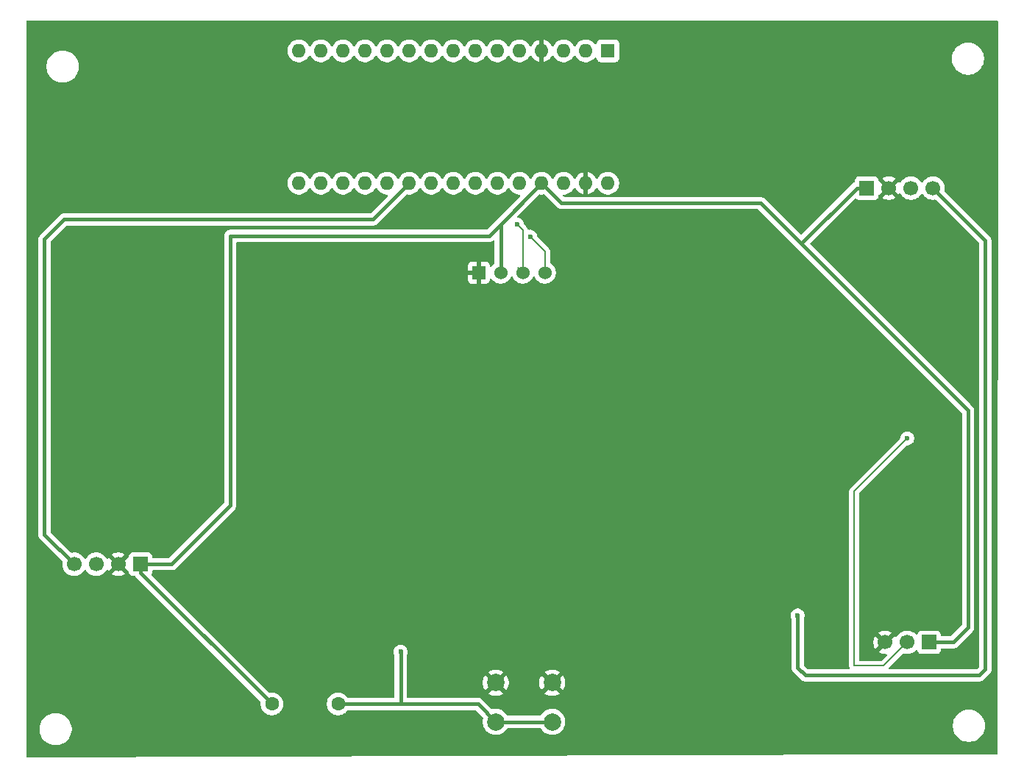
<source format=gtl>
G04 #@! TF.GenerationSoftware,KiCad,Pcbnew,9.0.6*
G04 #@! TF.CreationDate,2025-12-21T20:31:47-08:00*
G04 #@! TF.ProjectId,enviroment_sensor,656e7669-726f-46d6-956e-745f73656e73,rev?*
G04 #@! TF.SameCoordinates,Original*
G04 #@! TF.FileFunction,Copper,L1,Top*
G04 #@! TF.FilePolarity,Positive*
%FSLAX46Y46*%
G04 Gerber Fmt 4.6, Leading zero omitted, Abs format (unit mm)*
G04 Created by KiCad (PCBNEW 9.0.6) date 2025-12-21 20:31:47*
%MOMM*%
%LPD*%
G01*
G04 APERTURE LIST*
G04 #@! TA.AperFunction,ComponentPad*
%ADD10C,2.000000*%
G04 #@! TD*
G04 #@! TA.AperFunction,ComponentPad*
%ADD11R,1.700000X1.700000*%
G04 #@! TD*
G04 #@! TA.AperFunction,ComponentPad*
%ADD12C,1.700000*%
G04 #@! TD*
G04 #@! TA.AperFunction,ComponentPad*
%ADD13R,1.600000X1.600000*%
G04 #@! TD*
G04 #@! TA.AperFunction,ComponentPad*
%ADD14O,1.600000X1.600000*%
G04 #@! TD*
G04 #@! TA.AperFunction,ComponentPad*
%ADD15C,1.600000*%
G04 #@! TD*
G04 #@! TA.AperFunction,ComponentPad*
%ADD16R,1.524000X1.524000*%
G04 #@! TD*
G04 #@! TA.AperFunction,ComponentPad*
%ADD17C,1.524000*%
G04 #@! TD*
G04 #@! TA.AperFunction,ViaPad*
%ADD18C,0.600000*%
G04 #@! TD*
G04 #@! TA.AperFunction,Conductor*
%ADD19C,0.400000*%
G04 #@! TD*
G04 #@! TA.AperFunction,Conductor*
%ADD20C,0.200000*%
G04 #@! TD*
G04 #@! TA.AperFunction,Conductor*
%ADD21C,0.127000*%
G04 #@! TD*
G04 APERTURE END LIST*
D10*
X97150000Y-110750000D03*
X103650000Y-110750000D03*
X97150000Y-115250000D03*
X103650000Y-115250000D03*
D11*
X139850000Y-53800000D03*
D12*
X142390000Y-53800000D03*
X144930000Y-53800000D03*
X147470000Y-53800000D03*
D13*
X110050000Y-38000000D03*
D14*
X107510000Y-38000000D03*
X104970000Y-38000000D03*
X102430000Y-38000000D03*
X99890000Y-38000000D03*
X97350000Y-38000000D03*
X94810000Y-38000000D03*
X92270000Y-38000000D03*
X89730000Y-38000000D03*
X87190000Y-38000000D03*
X84650000Y-38000000D03*
X82110000Y-38000000D03*
X79570000Y-38000000D03*
X77030000Y-38000000D03*
X74490000Y-38000000D03*
X74490000Y-53240000D03*
X77030000Y-53240000D03*
X79570000Y-53240000D03*
X82110000Y-53240000D03*
X84650000Y-53240000D03*
X87190000Y-53240000D03*
X89730000Y-53240000D03*
X92270000Y-53240000D03*
X94810000Y-53240000D03*
X97350000Y-53240000D03*
X99890000Y-53240000D03*
X102430000Y-53240000D03*
X104970000Y-53240000D03*
X107510000Y-53240000D03*
X110050000Y-53240000D03*
D11*
X56250000Y-97100000D03*
D12*
X53710000Y-97100000D03*
X51170000Y-97100000D03*
X48630000Y-97100000D03*
D11*
X147040000Y-106100000D03*
D12*
X144500000Y-106100000D03*
X141960000Y-106100000D03*
D15*
X71380000Y-113200000D03*
X79000000Y-113200000D03*
D16*
X95190000Y-63530000D03*
D17*
X97730000Y-63530000D03*
X100270000Y-63530000D03*
X102810000Y-63530000D03*
D18*
X131900000Y-103000000D03*
X99600000Y-58000000D03*
X86200000Y-107200000D03*
X144500000Y-82610000D03*
X101100000Y-59400000D03*
D19*
X132800000Y-109900000D02*
X152800000Y-109900000D01*
X153500000Y-59830000D02*
X147470000Y-53800000D01*
X152800000Y-109900000D02*
X153500000Y-109200000D01*
X131900000Y-109000000D02*
X132800000Y-109900000D01*
X131900000Y-103000000D02*
X131900000Y-109000000D01*
X153500000Y-109200000D02*
X153500000Y-59830000D01*
D20*
X99600000Y-58000000D02*
X100270000Y-58670000D01*
X100270000Y-58670000D02*
X100270000Y-63530000D01*
X100270000Y-63530000D02*
X99900000Y-63160000D01*
X99700000Y-62960000D02*
X100270000Y-63530000D01*
D19*
X95100000Y-113200000D02*
X97150000Y-115250000D01*
X86200000Y-113200000D02*
X86200000Y-107200000D01*
X86200000Y-113200000D02*
X95100000Y-113200000D01*
X79000000Y-113200000D02*
X86200000Y-113200000D01*
X97150000Y-115250000D02*
X103650000Y-115250000D01*
X59800000Y-97100000D02*
X66600000Y-90300000D01*
X97730000Y-63530000D02*
X97730000Y-57940000D01*
X66600000Y-90300000D02*
X66600000Y-59300000D01*
X97730000Y-57940000D02*
X102430000Y-53240000D01*
X71380000Y-113200000D02*
X56250000Y-98070000D01*
X104690000Y-55500000D02*
X102430000Y-53240000D01*
X138700000Y-53800000D02*
X132300000Y-60200000D01*
X56250000Y-98070000D02*
X56250000Y-97100000D01*
X66600000Y-59300000D02*
X96370000Y-59300000D01*
X147040000Y-106100000D02*
X149800000Y-106100000D01*
X96370000Y-59300000D02*
X102430000Y-53240000D01*
X127600000Y-55500000D02*
X104690000Y-55500000D01*
X139850000Y-53800000D02*
X138700000Y-53800000D01*
X151500000Y-104400000D02*
X151500000Y-79400000D01*
X151500000Y-79400000D02*
X132300000Y-60200000D01*
X149800000Y-106100000D02*
X151500000Y-104400000D01*
X132300000Y-60200000D02*
X127600000Y-55500000D01*
X56250000Y-97100000D02*
X59800000Y-97100000D01*
D21*
X138400000Y-88710000D02*
X144500000Y-82610000D01*
X144500000Y-106100000D02*
X141800000Y-108800000D01*
X138400000Y-108800000D02*
X138400000Y-88710000D01*
X141800000Y-108800000D02*
X138400000Y-108800000D01*
D20*
X102810000Y-63530000D02*
X102810000Y-61110000D01*
X102810000Y-61110000D02*
X101100000Y-59400000D01*
D19*
X83030000Y-57400000D02*
X87190000Y-53240000D01*
X45200000Y-93670000D02*
X45200000Y-59700000D01*
X47500000Y-57400000D02*
X83030000Y-57400000D01*
X48630000Y-97100000D02*
X45200000Y-93670000D01*
X45200000Y-59700000D02*
X47500000Y-57400000D01*
G04 #@! TA.AperFunction,Conductor*
G36*
X143505270Y-54561717D02*
G01*
X143505270Y-54561716D01*
X143544622Y-54507555D01*
X143549232Y-54498507D01*
X143597205Y-54447709D01*
X143665025Y-54430912D01*
X143731161Y-54453447D01*
X143770204Y-54498504D01*
X143774949Y-54507817D01*
X143899890Y-54679786D01*
X144050213Y-54830109D01*
X144222179Y-54955048D01*
X144222181Y-54955049D01*
X144222184Y-54955051D01*
X144411588Y-55051557D01*
X144613757Y-55117246D01*
X144823713Y-55150500D01*
X144823714Y-55150500D01*
X145036286Y-55150500D01*
X145036287Y-55150500D01*
X145246243Y-55117246D01*
X145448412Y-55051557D01*
X145637816Y-54955051D01*
X145724138Y-54892335D01*
X145809786Y-54830109D01*
X145809788Y-54830106D01*
X145809792Y-54830104D01*
X145960104Y-54679792D01*
X145960106Y-54679788D01*
X145960109Y-54679786D01*
X146085048Y-54507820D01*
X146085050Y-54507817D01*
X146085051Y-54507816D01*
X146089514Y-54499054D01*
X146137488Y-54448259D01*
X146205308Y-54431463D01*
X146271444Y-54453999D01*
X146310486Y-54499056D01*
X146314951Y-54507820D01*
X146439890Y-54679786D01*
X146590213Y-54830109D01*
X146762179Y-54955048D01*
X146762181Y-54955049D01*
X146762184Y-54955051D01*
X146951588Y-55051557D01*
X147153757Y-55117246D01*
X147363713Y-55150500D01*
X147363714Y-55150500D01*
X147576286Y-55150500D01*
X147576287Y-55150500D01*
X147732771Y-55125715D01*
X147802064Y-55134670D01*
X147839850Y-55160507D01*
X152763181Y-60083838D01*
X152796666Y-60145161D01*
X152799500Y-60171519D01*
X152799500Y-108858481D01*
X152779815Y-108925520D01*
X152763181Y-108946162D01*
X152546162Y-109163181D01*
X152484839Y-109196666D01*
X152458481Y-109199500D01*
X142497477Y-109199500D01*
X142430438Y-109179815D01*
X142384683Y-109127011D01*
X142374739Y-109057853D01*
X142403764Y-108994297D01*
X142409796Y-108987819D01*
X143181300Y-108216315D01*
X143976518Y-107421096D01*
X144037839Y-107387613D01*
X144102513Y-107390847D01*
X144183757Y-107417246D01*
X144393713Y-107450500D01*
X144393714Y-107450500D01*
X144606286Y-107450500D01*
X144606287Y-107450500D01*
X144816243Y-107417246D01*
X145018412Y-107351557D01*
X145207816Y-107255051D01*
X145379792Y-107130104D01*
X145493329Y-107016566D01*
X145554648Y-106983084D01*
X145624340Y-106988068D01*
X145680274Y-107029939D01*
X145697189Y-107060917D01*
X145746202Y-107192328D01*
X145746206Y-107192335D01*
X145832452Y-107307544D01*
X145832455Y-107307547D01*
X145947664Y-107393793D01*
X145947671Y-107393797D01*
X146082517Y-107444091D01*
X146082516Y-107444091D01*
X146089444Y-107444835D01*
X146142127Y-107450500D01*
X147937872Y-107450499D01*
X147997483Y-107444091D01*
X148132331Y-107393796D01*
X148247546Y-107307546D01*
X148333796Y-107192331D01*
X148384091Y-107057483D01*
X148390500Y-106997873D01*
X148390500Y-106924500D01*
X148410185Y-106857461D01*
X148462989Y-106811706D01*
X148514500Y-106800500D01*
X149868996Y-106800500D01*
X149960040Y-106782389D01*
X150004328Y-106773580D01*
X150084905Y-106740204D01*
X150131807Y-106720777D01*
X150131808Y-106720776D01*
X150131811Y-106720775D01*
X150246543Y-106644114D01*
X152044114Y-104846543D01*
X152120775Y-104731811D01*
X152173580Y-104604328D01*
X152200500Y-104468994D01*
X152200500Y-104331006D01*
X152200500Y-79331007D01*
X152200500Y-79331004D01*
X152173581Y-79195677D01*
X152173580Y-79195676D01*
X152173580Y-79195672D01*
X152173578Y-79195667D01*
X152120778Y-79068195D01*
X152120771Y-79068182D01*
X152044115Y-78953459D01*
X152044114Y-78953458D01*
X151946542Y-78855886D01*
X133378337Y-60287681D01*
X133344852Y-60226358D01*
X133349836Y-60156666D01*
X133378337Y-60112319D01*
X135869842Y-57620814D01*
X138475352Y-55015303D01*
X138536673Y-54981820D01*
X138606365Y-54986804D01*
X138637342Y-55003719D01*
X138642453Y-55007545D01*
X138642454Y-55007546D01*
X138652819Y-55015305D01*
X138757669Y-55093796D01*
X138757671Y-55093797D01*
X138892517Y-55144091D01*
X138892516Y-55144091D01*
X138899444Y-55144835D01*
X138952127Y-55150500D01*
X140747872Y-55150499D01*
X140807483Y-55144091D01*
X140942331Y-55093796D01*
X141057546Y-55007546D01*
X141143796Y-54892331D01*
X141194091Y-54757483D01*
X141200500Y-54697873D01*
X141200499Y-54673979D01*
X141203330Y-54660963D01*
X141213940Y-54641525D01*
X141220179Y-54620275D01*
X141236803Y-54599643D01*
X141236808Y-54599636D01*
X141236811Y-54599634D01*
X141236818Y-54599626D01*
X141907037Y-53929408D01*
X141924075Y-53992993D01*
X141989901Y-54107007D01*
X142082993Y-54200099D01*
X142197007Y-54265925D01*
X142260590Y-54282962D01*
X141628282Y-54915269D01*
X141628282Y-54915270D01*
X141682449Y-54954624D01*
X141871782Y-55051095D01*
X142073870Y-55116757D01*
X142283754Y-55150000D01*
X142496246Y-55150000D01*
X142706127Y-55116757D01*
X142706130Y-55116757D01*
X142908217Y-55051095D01*
X143097554Y-54954622D01*
X143151716Y-54915270D01*
X143151717Y-54915270D01*
X142519408Y-54282962D01*
X142582993Y-54265925D01*
X142697007Y-54200099D01*
X142790099Y-54107007D01*
X142855925Y-53992993D01*
X142872962Y-53929408D01*
X143505270Y-54561717D01*
G37*
G04 #@! TD.AperFunction*
G04 #@! TA.AperFunction,Conductor*
G36*
X98691445Y-53783865D02*
G01*
X98730485Y-53828919D01*
X98777715Y-53921614D01*
X98898028Y-54087213D01*
X99042786Y-54231971D01*
X99197749Y-54344556D01*
X99208390Y-54352287D01*
X99324607Y-54411503D01*
X99390776Y-54445218D01*
X99390778Y-54445218D01*
X99390781Y-54445220D01*
X99495137Y-54479127D01*
X99585465Y-54508477D01*
X99686557Y-54524488D01*
X99787648Y-54540500D01*
X99787649Y-54540500D01*
X99839480Y-54540500D01*
X99906519Y-54560185D01*
X99952274Y-54612989D01*
X99962218Y-54682147D01*
X99933193Y-54745703D01*
X99927161Y-54752181D01*
X96116162Y-58563181D01*
X96054839Y-58596666D01*
X96028481Y-58599500D01*
X66531005Y-58599500D01*
X66395677Y-58626418D01*
X66395667Y-58626421D01*
X66268195Y-58679221D01*
X66268182Y-58679228D01*
X66153458Y-58755885D01*
X66153454Y-58755888D01*
X66055888Y-58853454D01*
X66055885Y-58853458D01*
X65979228Y-58968182D01*
X65979221Y-58968195D01*
X65926421Y-59095667D01*
X65926418Y-59095677D01*
X65899500Y-59231004D01*
X65899500Y-89958481D01*
X65879815Y-90025520D01*
X65863181Y-90046162D01*
X59546162Y-96363181D01*
X59484839Y-96396666D01*
X59458481Y-96399500D01*
X57724499Y-96399500D01*
X57657460Y-96379815D01*
X57611705Y-96327011D01*
X57600499Y-96275500D01*
X57600499Y-96202129D01*
X57600498Y-96202123D01*
X57600497Y-96202116D01*
X57594091Y-96142517D01*
X57543796Y-96007669D01*
X57543795Y-96007668D01*
X57543793Y-96007664D01*
X57457547Y-95892455D01*
X57457544Y-95892452D01*
X57342335Y-95806206D01*
X57342328Y-95806202D01*
X57207482Y-95755908D01*
X57207483Y-95755908D01*
X57147883Y-95749501D01*
X57147881Y-95749500D01*
X57147873Y-95749500D01*
X57147864Y-95749500D01*
X55352129Y-95749500D01*
X55352123Y-95749501D01*
X55292516Y-95755908D01*
X55157671Y-95806202D01*
X55157664Y-95806206D01*
X55042455Y-95892452D01*
X55042452Y-95892455D01*
X54956206Y-96007664D01*
X54956202Y-96007671D01*
X54905908Y-96142517D01*
X54899501Y-96202116D01*
X54899501Y-96202123D01*
X54899500Y-96202135D01*
X54899500Y-96212690D01*
X54879815Y-96279729D01*
X54863181Y-96300371D01*
X54192962Y-96970590D01*
X54175925Y-96907007D01*
X54110099Y-96792993D01*
X54017007Y-96699901D01*
X53902993Y-96634075D01*
X53839409Y-96617037D01*
X54471716Y-95984728D01*
X54417550Y-95945375D01*
X54228217Y-95848904D01*
X54026129Y-95783242D01*
X53816246Y-95750000D01*
X53603754Y-95750000D01*
X53393872Y-95783242D01*
X53393869Y-95783242D01*
X53191782Y-95848904D01*
X53002439Y-95945380D01*
X52948282Y-95984727D01*
X52948282Y-95984728D01*
X53580591Y-96617037D01*
X53517007Y-96634075D01*
X53402993Y-96699901D01*
X53309901Y-96792993D01*
X53244075Y-96907007D01*
X53227037Y-96970591D01*
X52594728Y-96338282D01*
X52594727Y-96338282D01*
X52555380Y-96392440D01*
X52555376Y-96392446D01*
X52550760Y-96401505D01*
X52502781Y-96452297D01*
X52434959Y-96469087D01*
X52368826Y-96446543D01*
X52329794Y-96401493D01*
X52325051Y-96392184D01*
X52325049Y-96392181D01*
X52325048Y-96392179D01*
X52200109Y-96220213D01*
X52049786Y-96069890D01*
X51877820Y-95944951D01*
X51688414Y-95848444D01*
X51688413Y-95848443D01*
X51688412Y-95848443D01*
X51486243Y-95782754D01*
X51486241Y-95782753D01*
X51486240Y-95782753D01*
X51324957Y-95757208D01*
X51276287Y-95749500D01*
X51063713Y-95749500D01*
X51015042Y-95757208D01*
X50853760Y-95782753D01*
X50651585Y-95848444D01*
X50462179Y-95944951D01*
X50290213Y-96069890D01*
X50139890Y-96220213D01*
X50014949Y-96392182D01*
X50010484Y-96400946D01*
X49962509Y-96451742D01*
X49894688Y-96468536D01*
X49828553Y-96445998D01*
X49789516Y-96400946D01*
X49785050Y-96392182D01*
X49660109Y-96220213D01*
X49509786Y-96069890D01*
X49337820Y-95944951D01*
X49148414Y-95848444D01*
X49148413Y-95848443D01*
X49148412Y-95848443D01*
X48946243Y-95782754D01*
X48946241Y-95782753D01*
X48946240Y-95782753D01*
X48784957Y-95757208D01*
X48736287Y-95749500D01*
X48523713Y-95749500D01*
X48367227Y-95774284D01*
X48297934Y-95765329D01*
X48260149Y-95739492D01*
X45936819Y-93416162D01*
X45903334Y-93354839D01*
X45900500Y-93328481D01*
X45900500Y-60041519D01*
X45920185Y-59974480D01*
X45936819Y-59953838D01*
X47753838Y-58136819D01*
X47815161Y-58103334D01*
X47841519Y-58100500D01*
X83098996Y-58100500D01*
X83190040Y-58082389D01*
X83234328Y-58073580D01*
X83298069Y-58047177D01*
X83361807Y-58020777D01*
X83361808Y-58020776D01*
X83361811Y-58020775D01*
X83476543Y-57944114D01*
X86863852Y-54556802D01*
X86925173Y-54523319D01*
X86970923Y-54522012D01*
X87087648Y-54540500D01*
X87087650Y-54540500D01*
X87292351Y-54540500D01*
X87292352Y-54540500D01*
X87494534Y-54508477D01*
X87689219Y-54445220D01*
X87871610Y-54352287D01*
X87990478Y-54265925D01*
X88037213Y-54231971D01*
X88037215Y-54231968D01*
X88037219Y-54231966D01*
X88181966Y-54087219D01*
X88181968Y-54087215D01*
X88181971Y-54087213D01*
X88302284Y-53921614D01*
X88302286Y-53921611D01*
X88302287Y-53921610D01*
X88349516Y-53828917D01*
X88397489Y-53778123D01*
X88465310Y-53761328D01*
X88531445Y-53783865D01*
X88570485Y-53828919D01*
X88617715Y-53921614D01*
X88738028Y-54087213D01*
X88882786Y-54231971D01*
X89037749Y-54344556D01*
X89048390Y-54352287D01*
X89164607Y-54411503D01*
X89230776Y-54445218D01*
X89230778Y-54445218D01*
X89230781Y-54445220D01*
X89335137Y-54479127D01*
X89425465Y-54508477D01*
X89526557Y-54524488D01*
X89627648Y-54540500D01*
X89627649Y-54540500D01*
X89832351Y-54540500D01*
X89832352Y-54540500D01*
X90034534Y-54508477D01*
X90229219Y-54445220D01*
X90411610Y-54352287D01*
X90530478Y-54265925D01*
X90577213Y-54231971D01*
X90577215Y-54231968D01*
X90577219Y-54231966D01*
X90721966Y-54087219D01*
X90721968Y-54087215D01*
X90721971Y-54087213D01*
X90842284Y-53921614D01*
X90842286Y-53921611D01*
X90842287Y-53921610D01*
X90889516Y-53828917D01*
X90937489Y-53778123D01*
X91005310Y-53761328D01*
X91071445Y-53783865D01*
X91110485Y-53828919D01*
X91157715Y-53921614D01*
X91278028Y-54087213D01*
X91422786Y-54231971D01*
X91577749Y-54344556D01*
X91588390Y-54352287D01*
X91704607Y-54411503D01*
X91770776Y-54445218D01*
X91770778Y-54445218D01*
X91770781Y-54445220D01*
X91875137Y-54479127D01*
X91965465Y-54508477D01*
X92066557Y-54524488D01*
X92167648Y-54540500D01*
X92167649Y-54540500D01*
X92372351Y-54540500D01*
X92372352Y-54540500D01*
X92574534Y-54508477D01*
X92769219Y-54445220D01*
X92951610Y-54352287D01*
X93070478Y-54265925D01*
X93117213Y-54231971D01*
X93117215Y-54231968D01*
X93117219Y-54231966D01*
X93261966Y-54087219D01*
X93261968Y-54087215D01*
X93261971Y-54087213D01*
X93382284Y-53921614D01*
X93382286Y-53921611D01*
X93382287Y-53921610D01*
X93429516Y-53828917D01*
X93477489Y-53778123D01*
X93545310Y-53761328D01*
X93611445Y-53783865D01*
X93650485Y-53828919D01*
X93697715Y-53921614D01*
X93818028Y-54087213D01*
X93962786Y-54231971D01*
X94117749Y-54344556D01*
X94128390Y-54352287D01*
X94244607Y-54411503D01*
X94310776Y-54445218D01*
X94310778Y-54445218D01*
X94310781Y-54445220D01*
X94415137Y-54479127D01*
X94505465Y-54508477D01*
X94606557Y-54524488D01*
X94707648Y-54540500D01*
X94707649Y-54540500D01*
X94912351Y-54540500D01*
X94912352Y-54540500D01*
X95114534Y-54508477D01*
X95309219Y-54445220D01*
X95491610Y-54352287D01*
X95610478Y-54265925D01*
X95657213Y-54231971D01*
X95657215Y-54231968D01*
X95657219Y-54231966D01*
X95801966Y-54087219D01*
X95801968Y-54087215D01*
X95801971Y-54087213D01*
X95922284Y-53921614D01*
X95922286Y-53921611D01*
X95922287Y-53921610D01*
X95969516Y-53828917D01*
X96017489Y-53778123D01*
X96085310Y-53761328D01*
X96151445Y-53783865D01*
X96190485Y-53828919D01*
X96237715Y-53921614D01*
X96358028Y-54087213D01*
X96502786Y-54231971D01*
X96657749Y-54344556D01*
X96668390Y-54352287D01*
X96784607Y-54411503D01*
X96850776Y-54445218D01*
X96850778Y-54445218D01*
X96850781Y-54445220D01*
X96955137Y-54479127D01*
X97045465Y-54508477D01*
X97146557Y-54524488D01*
X97247648Y-54540500D01*
X97247649Y-54540500D01*
X97452351Y-54540500D01*
X97452352Y-54540500D01*
X97654534Y-54508477D01*
X97849219Y-54445220D01*
X98031610Y-54352287D01*
X98150478Y-54265925D01*
X98197213Y-54231971D01*
X98197215Y-54231968D01*
X98197219Y-54231966D01*
X98341966Y-54087219D01*
X98341968Y-54087215D01*
X98341971Y-54087213D01*
X98462284Y-53921614D01*
X98462286Y-53921611D01*
X98462287Y-53921610D01*
X98509516Y-53828917D01*
X98557489Y-53778123D01*
X98625310Y-53761328D01*
X98691445Y-53783865D01*
G37*
G04 #@! TD.AperFunction*
G04 #@! TA.AperFunction,Conductor*
G36*
X154941808Y-34520185D02*
G01*
X154987563Y-34572989D01*
X154998768Y-34624644D01*
X154901349Y-117918838D01*
X154900230Y-118875645D01*
X154880467Y-118942661D01*
X154827610Y-118988355D01*
X154776230Y-118999500D01*
X142673807Y-118999500D01*
X142669470Y-118999224D01*
X142599292Y-118999499D01*
X142598806Y-118999500D01*
X142528602Y-118999500D01*
X142524264Y-118999791D01*
X43224985Y-119388438D01*
X43157869Y-119369016D01*
X43111908Y-119316392D01*
X43100500Y-119264439D01*
X43100500Y-115978711D01*
X44649500Y-115978711D01*
X44649500Y-116221288D01*
X44681161Y-116461785D01*
X44743947Y-116696104D01*
X44758109Y-116730293D01*
X44836776Y-116920212D01*
X44958064Y-117130289D01*
X44958066Y-117130292D01*
X44958067Y-117130293D01*
X45105733Y-117322736D01*
X45105739Y-117322743D01*
X45277256Y-117494260D01*
X45277262Y-117494265D01*
X45469711Y-117641936D01*
X45679788Y-117763224D01*
X45903900Y-117856054D01*
X46138211Y-117918838D01*
X46318586Y-117942584D01*
X46378711Y-117950500D01*
X46378712Y-117950500D01*
X46621289Y-117950500D01*
X46669388Y-117944167D01*
X46861789Y-117918838D01*
X47096100Y-117856054D01*
X47320212Y-117763224D01*
X47530289Y-117641936D01*
X47722738Y-117494265D01*
X47894265Y-117322738D01*
X48041936Y-117130289D01*
X48163224Y-116920212D01*
X48256054Y-116696100D01*
X48318838Y-116461789D01*
X48350500Y-116221288D01*
X48350500Y-115978712D01*
X48349377Y-115970185D01*
X48318838Y-115738214D01*
X48318838Y-115738211D01*
X48256054Y-115503900D01*
X48163224Y-115279788D01*
X48041936Y-115069711D01*
X47894265Y-114877262D01*
X47894260Y-114877256D01*
X47722743Y-114705739D01*
X47722736Y-114705733D01*
X47530293Y-114558067D01*
X47530292Y-114558066D01*
X47530289Y-114558064D01*
X47320212Y-114436776D01*
X47320205Y-114436773D01*
X47096104Y-114343947D01*
X46861785Y-114281161D01*
X46621289Y-114249500D01*
X46621288Y-114249500D01*
X46378712Y-114249500D01*
X46378711Y-114249500D01*
X46138214Y-114281161D01*
X45903895Y-114343947D01*
X45679794Y-114436773D01*
X45679785Y-114436777D01*
X45469706Y-114558067D01*
X45277263Y-114705733D01*
X45277256Y-114705739D01*
X45105739Y-114877256D01*
X45105733Y-114877263D01*
X44958067Y-115069706D01*
X44836777Y-115279785D01*
X44836773Y-115279794D01*
X44743947Y-115503895D01*
X44681161Y-115738214D01*
X44649500Y-115978711D01*
X43100500Y-115978711D01*
X43100500Y-93738996D01*
X44499499Y-93738996D01*
X44526418Y-93874322D01*
X44526421Y-93874332D01*
X44579222Y-94001807D01*
X44655887Y-94116545D01*
X44655888Y-94116546D01*
X47269492Y-96730149D01*
X47302977Y-96791472D01*
X47304284Y-96837227D01*
X47279500Y-96993712D01*
X47279500Y-97206286D01*
X47312753Y-97416239D01*
X47378444Y-97618414D01*
X47474951Y-97807820D01*
X47599890Y-97979786D01*
X47750213Y-98130109D01*
X47922179Y-98255048D01*
X47922181Y-98255049D01*
X47922184Y-98255051D01*
X48111588Y-98351557D01*
X48313757Y-98417246D01*
X48523713Y-98450500D01*
X48523714Y-98450500D01*
X48736286Y-98450500D01*
X48736287Y-98450500D01*
X48946243Y-98417246D01*
X49148412Y-98351557D01*
X49337816Y-98255051D01*
X49424138Y-98192335D01*
X49509786Y-98130109D01*
X49509788Y-98130106D01*
X49509792Y-98130104D01*
X49660104Y-97979792D01*
X49660106Y-97979788D01*
X49660109Y-97979786D01*
X49785048Y-97807820D01*
X49785047Y-97807820D01*
X49785051Y-97807816D01*
X49789514Y-97799054D01*
X49837488Y-97748259D01*
X49905308Y-97731463D01*
X49971444Y-97753999D01*
X50010484Y-97799054D01*
X50014591Y-97807115D01*
X50014951Y-97807820D01*
X50139890Y-97979786D01*
X50290213Y-98130109D01*
X50462179Y-98255048D01*
X50462181Y-98255049D01*
X50462184Y-98255051D01*
X50651588Y-98351557D01*
X50853757Y-98417246D01*
X51063713Y-98450500D01*
X51063714Y-98450500D01*
X51276286Y-98450500D01*
X51276287Y-98450500D01*
X51486243Y-98417246D01*
X51688412Y-98351557D01*
X51877816Y-98255051D01*
X51964138Y-98192335D01*
X52049786Y-98130109D01*
X52049788Y-98130106D01*
X52049792Y-98130104D01*
X52200104Y-97979792D01*
X52200106Y-97979788D01*
X52200109Y-97979786D01*
X52267515Y-97887007D01*
X52325051Y-97807816D01*
X52329793Y-97798508D01*
X52377763Y-97747711D01*
X52445583Y-97730911D01*
X52511719Y-97753445D01*
X52550763Y-97798500D01*
X52555373Y-97807547D01*
X52594728Y-97861716D01*
X53227037Y-97229408D01*
X53244075Y-97292993D01*
X53309901Y-97407007D01*
X53402993Y-97500099D01*
X53517007Y-97565925D01*
X53580590Y-97582962D01*
X52948282Y-98215269D01*
X52948282Y-98215270D01*
X53002449Y-98254624D01*
X53191782Y-98351095D01*
X53393870Y-98416757D01*
X53603754Y-98450000D01*
X53816246Y-98450000D01*
X54026127Y-98416757D01*
X54026130Y-98416757D01*
X54228217Y-98351095D01*
X54417554Y-98254622D01*
X54471716Y-98215270D01*
X54471717Y-98215270D01*
X53839408Y-97582962D01*
X53902993Y-97565925D01*
X54017007Y-97500099D01*
X54110099Y-97407007D01*
X54175925Y-97292993D01*
X54192962Y-97229408D01*
X54863181Y-97899628D01*
X54896666Y-97960951D01*
X54899500Y-97987300D01*
X54899500Y-97997865D01*
X54899501Y-97997876D01*
X54905908Y-98057483D01*
X54956202Y-98192328D01*
X54956206Y-98192335D01*
X55042452Y-98307544D01*
X55042455Y-98307547D01*
X55157664Y-98393793D01*
X55157671Y-98393797D01*
X55202618Y-98410561D01*
X55292517Y-98444091D01*
X55352127Y-98450500D01*
X55595476Y-98450499D01*
X55662516Y-98470183D01*
X55698579Y-98505608D01*
X55705885Y-98516542D01*
X55705888Y-98516546D01*
X70063194Y-112873851D01*
X70096679Y-112935174D01*
X70097986Y-112980929D01*
X70079500Y-113097647D01*
X70079500Y-113302351D01*
X70111522Y-113504534D01*
X70174781Y-113699223D01*
X70234410Y-113816250D01*
X70267484Y-113881161D01*
X70267715Y-113881613D01*
X70388028Y-114047213D01*
X70532786Y-114191971D01*
X70687749Y-114304556D01*
X70698390Y-114312287D01*
X70814607Y-114371503D01*
X70880776Y-114405218D01*
X70880778Y-114405218D01*
X70880781Y-114405220D01*
X70985137Y-114439127D01*
X71075465Y-114468477D01*
X71159564Y-114481797D01*
X71277648Y-114500500D01*
X71277649Y-114500500D01*
X71482351Y-114500500D01*
X71482352Y-114500500D01*
X71684534Y-114468477D01*
X71879219Y-114405220D01*
X72061610Y-114312287D01*
X72154590Y-114244732D01*
X72227213Y-114191971D01*
X72227215Y-114191968D01*
X72227219Y-114191966D01*
X72371966Y-114047219D01*
X72371968Y-114047215D01*
X72371971Y-114047213D01*
X72446997Y-113943947D01*
X72492287Y-113881610D01*
X72585220Y-113699219D01*
X72648477Y-113504534D01*
X72680500Y-113302352D01*
X72680500Y-113097648D01*
X77699500Y-113097648D01*
X77699500Y-113302351D01*
X77731522Y-113504534D01*
X77794781Y-113699223D01*
X77854410Y-113816250D01*
X77887484Y-113881161D01*
X77887715Y-113881613D01*
X78008028Y-114047213D01*
X78152786Y-114191971D01*
X78307749Y-114304556D01*
X78318390Y-114312287D01*
X78434607Y-114371503D01*
X78500776Y-114405218D01*
X78500778Y-114405218D01*
X78500781Y-114405220D01*
X78605137Y-114439127D01*
X78695465Y-114468477D01*
X78779564Y-114481797D01*
X78897648Y-114500500D01*
X78897649Y-114500500D01*
X79102351Y-114500500D01*
X79102352Y-114500500D01*
X79304534Y-114468477D01*
X79499219Y-114405220D01*
X79681610Y-114312287D01*
X79774590Y-114244732D01*
X79847213Y-114191971D01*
X79847215Y-114191968D01*
X79847219Y-114191966D01*
X79991966Y-114047219D01*
X80061425Y-113951615D01*
X80116755Y-113908949D01*
X80161744Y-113900500D01*
X86131007Y-113900500D01*
X94758481Y-113900500D01*
X94825520Y-113920185D01*
X94846162Y-113936819D01*
X95662518Y-114753175D01*
X95696003Y-114814498D01*
X95692769Y-114879170D01*
X95686447Y-114898627D01*
X95686447Y-114898628D01*
X95649500Y-115131902D01*
X95649500Y-115368097D01*
X95686446Y-115601368D01*
X95759433Y-115825996D01*
X95857368Y-116018203D01*
X95866657Y-116036433D01*
X96005483Y-116227510D01*
X96172490Y-116394517D01*
X96363567Y-116533343D01*
X96462991Y-116584002D01*
X96574003Y-116640566D01*
X96574005Y-116640566D01*
X96574008Y-116640568D01*
X96694412Y-116679689D01*
X96798631Y-116713553D01*
X97031903Y-116750500D01*
X97031908Y-116750500D01*
X97268097Y-116750500D01*
X97501368Y-116713553D01*
X97555070Y-116696104D01*
X97725992Y-116640568D01*
X97936433Y-116533343D01*
X98127510Y-116394517D01*
X98294517Y-116227510D01*
X98433343Y-116036433D01*
X98442632Y-116018203D01*
X98490608Y-115967408D01*
X98553116Y-115950500D01*
X102246884Y-115950500D01*
X102313923Y-115970185D01*
X102357368Y-116018203D01*
X102366657Y-116036433D01*
X102505483Y-116227510D01*
X102672490Y-116394517D01*
X102863567Y-116533343D01*
X102962991Y-116584002D01*
X103074003Y-116640566D01*
X103074005Y-116640566D01*
X103074008Y-116640568D01*
X103194412Y-116679689D01*
X103298631Y-116713553D01*
X103531903Y-116750500D01*
X103531908Y-116750500D01*
X103768097Y-116750500D01*
X104001368Y-116713553D01*
X104055070Y-116696104D01*
X104225992Y-116640568D01*
X104436433Y-116533343D01*
X104627510Y-116394517D01*
X104794517Y-116227510D01*
X104933343Y-116036433D01*
X105040568Y-115825992D01*
X105113553Y-115601368D01*
X105117142Y-115578711D01*
X149749500Y-115578711D01*
X149749500Y-115821288D01*
X149781161Y-116061785D01*
X149843947Y-116296104D01*
X149912575Y-116461785D01*
X149936776Y-116520212D01*
X150058064Y-116730289D01*
X150058066Y-116730292D01*
X150058067Y-116730293D01*
X150205733Y-116922736D01*
X150205739Y-116922743D01*
X150377256Y-117094260D01*
X150377262Y-117094265D01*
X150569711Y-117241936D01*
X150779788Y-117363224D01*
X151003900Y-117456054D01*
X151238211Y-117518838D01*
X151418586Y-117542584D01*
X151478711Y-117550500D01*
X151478712Y-117550500D01*
X151721289Y-117550500D01*
X151769388Y-117544167D01*
X151961789Y-117518838D01*
X152196100Y-117456054D01*
X152420212Y-117363224D01*
X152630289Y-117241936D01*
X152822738Y-117094265D01*
X152994265Y-116922738D01*
X153141936Y-116730289D01*
X153263224Y-116520212D01*
X153356054Y-116296100D01*
X153418838Y-116061789D01*
X153450500Y-115821288D01*
X153450500Y-115578712D01*
X153418838Y-115338211D01*
X153356054Y-115103900D01*
X153263224Y-114879788D01*
X153141936Y-114669711D01*
X152994265Y-114477262D01*
X152994260Y-114477256D01*
X152822743Y-114305739D01*
X152822736Y-114305733D01*
X152630293Y-114158067D01*
X152630292Y-114158066D01*
X152630289Y-114158064D01*
X152438293Y-114047215D01*
X152420214Y-114036777D01*
X152420205Y-114036773D01*
X152196104Y-113943947D01*
X151961785Y-113881161D01*
X151721289Y-113849500D01*
X151721288Y-113849500D01*
X151478712Y-113849500D01*
X151478711Y-113849500D01*
X151238214Y-113881161D01*
X151003895Y-113943947D01*
X150779794Y-114036773D01*
X150779785Y-114036777D01*
X150569706Y-114158067D01*
X150377263Y-114305733D01*
X150377256Y-114305739D01*
X150205739Y-114477256D01*
X150205733Y-114477263D01*
X150058067Y-114669706D01*
X149936777Y-114879785D01*
X149936773Y-114879794D01*
X149843947Y-115103895D01*
X149781161Y-115338214D01*
X149749500Y-115578711D01*
X105117142Y-115578711D01*
X105120857Y-115555253D01*
X105150500Y-115368097D01*
X105150500Y-115131902D01*
X105113553Y-114898631D01*
X105050878Y-114705739D01*
X105040568Y-114674008D01*
X105040566Y-114674005D01*
X105040566Y-114674003D01*
X104952161Y-114500500D01*
X104933343Y-114463567D01*
X104794517Y-114272490D01*
X104627510Y-114105483D01*
X104436433Y-113966657D01*
X104225996Y-113859433D01*
X104001368Y-113786446D01*
X103768097Y-113749500D01*
X103768092Y-113749500D01*
X103531908Y-113749500D01*
X103531903Y-113749500D01*
X103298631Y-113786446D01*
X103074003Y-113859433D01*
X102863566Y-113966657D01*
X102767061Y-114036773D01*
X102672490Y-114105483D01*
X102672488Y-114105485D01*
X102672487Y-114105485D01*
X102505485Y-114272487D01*
X102505485Y-114272488D01*
X102505483Y-114272490D01*
X102481329Y-114305735D01*
X102366657Y-114463566D01*
X102357368Y-114481797D01*
X102309392Y-114532592D01*
X102246884Y-114549500D01*
X98553116Y-114549500D01*
X98486077Y-114529815D01*
X98442632Y-114481797D01*
X98433342Y-114463566D01*
X98294517Y-114272490D01*
X98127510Y-114105483D01*
X97936433Y-113966657D01*
X97725996Y-113859433D01*
X97501368Y-113786446D01*
X97268097Y-113749500D01*
X97268092Y-113749500D01*
X97031908Y-113749500D01*
X97031903Y-113749500D01*
X96798628Y-113786447D01*
X96798627Y-113786447D01*
X96779170Y-113792769D01*
X96709329Y-113794762D01*
X96653175Y-113762518D01*
X95546546Y-112655888D01*
X95546545Y-112655887D01*
X95431807Y-112579222D01*
X95304332Y-112526421D01*
X95304322Y-112526418D01*
X95168996Y-112499500D01*
X95168994Y-112499500D01*
X95168993Y-112499500D01*
X87024500Y-112499500D01*
X86957461Y-112479815D01*
X86911706Y-112427011D01*
X86900500Y-112375500D01*
X86900500Y-110631947D01*
X95650000Y-110631947D01*
X95650000Y-110868052D01*
X95686934Y-111101247D01*
X95759897Y-111325802D01*
X95867087Y-111536174D01*
X95927338Y-111619104D01*
X95927340Y-111619105D01*
X96626212Y-110920233D01*
X96637482Y-110962292D01*
X96709890Y-111087708D01*
X96812292Y-111190110D01*
X96937708Y-111262518D01*
X96979765Y-111273787D01*
X96280893Y-111972658D01*
X96363828Y-112032914D01*
X96574197Y-112140102D01*
X96798752Y-112213065D01*
X96798751Y-112213065D01*
X97031948Y-112250000D01*
X97268052Y-112250000D01*
X97501247Y-112213065D01*
X97725802Y-112140102D01*
X97936163Y-112032918D01*
X97936169Y-112032914D01*
X98019104Y-111972658D01*
X98019105Y-111972658D01*
X97320233Y-111273787D01*
X97362292Y-111262518D01*
X97487708Y-111190110D01*
X97590110Y-111087708D01*
X97662518Y-110962292D01*
X97673787Y-110920234D01*
X98372658Y-111619105D01*
X98372658Y-111619104D01*
X98432914Y-111536169D01*
X98432918Y-111536163D01*
X98540102Y-111325802D01*
X98613065Y-111101247D01*
X98650000Y-110868052D01*
X98650000Y-110631947D01*
X102150000Y-110631947D01*
X102150000Y-110868052D01*
X102186934Y-111101247D01*
X102259897Y-111325802D01*
X102367087Y-111536174D01*
X102427338Y-111619104D01*
X102427340Y-111619105D01*
X103126212Y-110920233D01*
X103137482Y-110962292D01*
X103209890Y-111087708D01*
X103312292Y-111190110D01*
X103437708Y-111262518D01*
X103479765Y-111273787D01*
X102780893Y-111972658D01*
X102863828Y-112032914D01*
X103074197Y-112140102D01*
X103298752Y-112213065D01*
X103298751Y-112213065D01*
X103531948Y-112250000D01*
X103768052Y-112250000D01*
X104001247Y-112213065D01*
X104225802Y-112140102D01*
X104436163Y-112032918D01*
X104436169Y-112032914D01*
X104519104Y-111972658D01*
X104519105Y-111972658D01*
X103820233Y-111273787D01*
X103862292Y-111262518D01*
X103987708Y-111190110D01*
X104090110Y-111087708D01*
X104162518Y-110962292D01*
X104173787Y-110920234D01*
X104872658Y-111619105D01*
X104872658Y-111619104D01*
X104932914Y-111536169D01*
X104932918Y-111536163D01*
X105040102Y-111325802D01*
X105113065Y-111101247D01*
X105150000Y-110868052D01*
X105150000Y-110631947D01*
X105113065Y-110398752D01*
X105040102Y-110174197D01*
X104932914Y-109963828D01*
X104872658Y-109880894D01*
X104872658Y-109880893D01*
X104173787Y-110579765D01*
X104162518Y-110537708D01*
X104090110Y-110412292D01*
X103987708Y-110309890D01*
X103862292Y-110237482D01*
X103820234Y-110226212D01*
X104519105Y-109527340D01*
X104519104Y-109527338D01*
X104436174Y-109467087D01*
X104225802Y-109359897D01*
X104001247Y-109286934D01*
X104001248Y-109286934D01*
X103768052Y-109250000D01*
X103531948Y-109250000D01*
X103298752Y-109286934D01*
X103074197Y-109359897D01*
X102863830Y-109467084D01*
X102780894Y-109527340D01*
X103479766Y-110226212D01*
X103437708Y-110237482D01*
X103312292Y-110309890D01*
X103209890Y-110412292D01*
X103137482Y-110537708D01*
X103126212Y-110579766D01*
X102427340Y-109880894D01*
X102367084Y-109963830D01*
X102259897Y-110174197D01*
X102186934Y-110398752D01*
X102150000Y-110631947D01*
X98650000Y-110631947D01*
X98613065Y-110398752D01*
X98540102Y-110174197D01*
X98432914Y-109963828D01*
X98372658Y-109880894D01*
X98372658Y-109880893D01*
X97673787Y-110579765D01*
X97662518Y-110537708D01*
X97590110Y-110412292D01*
X97487708Y-110309890D01*
X97362292Y-110237482D01*
X97320234Y-110226212D01*
X98019105Y-109527340D01*
X98019104Y-109527339D01*
X97936174Y-109467087D01*
X97725802Y-109359897D01*
X97501247Y-109286934D01*
X97501248Y-109286934D01*
X97268052Y-109250000D01*
X97031948Y-109250000D01*
X96798752Y-109286934D01*
X96574197Y-109359897D01*
X96363830Y-109467084D01*
X96280894Y-109527340D01*
X96979766Y-110226212D01*
X96937708Y-110237482D01*
X96812292Y-110309890D01*
X96709890Y-110412292D01*
X96637482Y-110537708D01*
X96626212Y-110579766D01*
X95927340Y-109880894D01*
X95867084Y-109963830D01*
X95759897Y-110174197D01*
X95686934Y-110398752D01*
X95650000Y-110631947D01*
X86900500Y-110631947D01*
X86900500Y-107625316D01*
X86909939Y-107577864D01*
X86938478Y-107508963D01*
X86969737Y-107433497D01*
X87000500Y-107278842D01*
X87000500Y-107121158D01*
X87000500Y-107121155D01*
X87000499Y-107121153D01*
X86975977Y-106997873D01*
X86969737Y-106966503D01*
X86952339Y-106924500D01*
X86909397Y-106820827D01*
X86909390Y-106820814D01*
X86821789Y-106689711D01*
X86821786Y-106689707D01*
X86710292Y-106578213D01*
X86710288Y-106578210D01*
X86579185Y-106490609D01*
X86579172Y-106490602D01*
X86433501Y-106430264D01*
X86433489Y-106430261D01*
X86278845Y-106399500D01*
X86278842Y-106399500D01*
X86121158Y-106399500D01*
X86121155Y-106399500D01*
X85966510Y-106430261D01*
X85966498Y-106430264D01*
X85820827Y-106490602D01*
X85820814Y-106490609D01*
X85689711Y-106578210D01*
X85689707Y-106578213D01*
X85578213Y-106689707D01*
X85578210Y-106689711D01*
X85490609Y-106820814D01*
X85490602Y-106820827D01*
X85430264Y-106966498D01*
X85430261Y-106966510D01*
X85399500Y-107121153D01*
X85399500Y-107278846D01*
X85430261Y-107433489D01*
X85430264Y-107433501D01*
X85490061Y-107577864D01*
X85499500Y-107625316D01*
X85499500Y-112375500D01*
X85479815Y-112442539D01*
X85427011Y-112488294D01*
X85375500Y-112499500D01*
X80161744Y-112499500D01*
X80094705Y-112479815D01*
X80061425Y-112448384D01*
X80057178Y-112442539D01*
X80044769Y-112425458D01*
X79991969Y-112352784D01*
X79847213Y-112208028D01*
X79681613Y-112087715D01*
X79681612Y-112087714D01*
X79681610Y-112087713D01*
X79624653Y-112058691D01*
X79499223Y-111994781D01*
X79304534Y-111931522D01*
X79129995Y-111903878D01*
X79102352Y-111899500D01*
X78897648Y-111899500D01*
X78873329Y-111903351D01*
X78695465Y-111931522D01*
X78500776Y-111994781D01*
X78318386Y-112087715D01*
X78152786Y-112208028D01*
X78008028Y-112352786D01*
X77887715Y-112518386D01*
X77794781Y-112700776D01*
X77731522Y-112895465D01*
X77699500Y-113097648D01*
X72680500Y-113097648D01*
X72648477Y-112895466D01*
X72585220Y-112700781D01*
X72585218Y-112700778D01*
X72585218Y-112700776D01*
X72523284Y-112579225D01*
X72492287Y-112518390D01*
X72464261Y-112479815D01*
X72371971Y-112352786D01*
X72227213Y-112208028D01*
X72061613Y-112087715D01*
X72061612Y-112087714D01*
X72061610Y-112087713D01*
X72004653Y-112058691D01*
X71879223Y-111994781D01*
X71684534Y-111931522D01*
X71509995Y-111903878D01*
X71482352Y-111899500D01*
X71277648Y-111899500D01*
X71160929Y-111917986D01*
X71091636Y-111909031D01*
X71053851Y-111883194D01*
X57542366Y-98371709D01*
X57508881Y-98310386D01*
X57513865Y-98240694D01*
X57530781Y-98209716D01*
X57543796Y-98192331D01*
X57594091Y-98057483D01*
X57600500Y-97997873D01*
X57600500Y-97924500D01*
X57620185Y-97857461D01*
X57672989Y-97811706D01*
X57724500Y-97800500D01*
X59868996Y-97800500D01*
X59960040Y-97782389D01*
X60004328Y-97773580D01*
X60106008Y-97731463D01*
X60131807Y-97720777D01*
X60131808Y-97720776D01*
X60131811Y-97720775D01*
X60246543Y-97644114D01*
X67144114Y-90746543D01*
X67220775Y-90631811D01*
X67273580Y-90504329D01*
X67273580Y-90504325D01*
X67273582Y-90504322D01*
X67278934Y-90477411D01*
X67278934Y-90477409D01*
X67300500Y-90368993D01*
X67300500Y-60124500D01*
X67320185Y-60057461D01*
X67372989Y-60011706D01*
X67424500Y-60000500D01*
X96438996Y-60000500D01*
X96569803Y-59974480D01*
X96574328Y-59973580D01*
X96699670Y-59921662D01*
X96701807Y-59920777D01*
X96701808Y-59920776D01*
X96701811Y-59920775D01*
X96816543Y-59844114D01*
X96817811Y-59842846D01*
X96818640Y-59842392D01*
X96821253Y-59840249D01*
X96821659Y-59840744D01*
X96879131Y-59809355D01*
X96948823Y-59814333D01*
X97004760Y-59856200D01*
X97029183Y-59921662D01*
X97029500Y-59930519D01*
X97029500Y-62415226D01*
X97009815Y-62482265D01*
X96978387Y-62515542D01*
X96964114Y-62525913D01*
X96907533Y-62567021D01*
X96767021Y-62707533D01*
X96767021Y-62707534D01*
X96767019Y-62707536D01*
X96751996Y-62728214D01*
X96676318Y-62832375D01*
X96620988Y-62875040D01*
X96551374Y-62881019D01*
X96489579Y-62848413D01*
X96455222Y-62787574D01*
X96452000Y-62759489D01*
X96452000Y-62720172D01*
X96451999Y-62720155D01*
X96445598Y-62660627D01*
X96445596Y-62660620D01*
X96395354Y-62525913D01*
X96395350Y-62525906D01*
X96309190Y-62410812D01*
X96309187Y-62410809D01*
X96194093Y-62324649D01*
X96194086Y-62324645D01*
X96059379Y-62274403D01*
X96059372Y-62274401D01*
X95999844Y-62268000D01*
X95440000Y-62268000D01*
X95440000Y-63241184D01*
X95423940Y-63225124D01*
X95337061Y-63174964D01*
X95240160Y-63149000D01*
X95139840Y-63149000D01*
X95042939Y-63174964D01*
X94956060Y-63225124D01*
X94940000Y-63241184D01*
X94940000Y-62268000D01*
X94380155Y-62268000D01*
X94320627Y-62274401D01*
X94320620Y-62274403D01*
X94185913Y-62324645D01*
X94185906Y-62324649D01*
X94070812Y-62410809D01*
X94070809Y-62410812D01*
X93984649Y-62525906D01*
X93984645Y-62525913D01*
X93934403Y-62660620D01*
X93934401Y-62660627D01*
X93928000Y-62720155D01*
X93928000Y-63280000D01*
X94901184Y-63280000D01*
X94885124Y-63296060D01*
X94834964Y-63382939D01*
X94809000Y-63479840D01*
X94809000Y-63580160D01*
X94834964Y-63677061D01*
X94885124Y-63763940D01*
X94901184Y-63780000D01*
X93928000Y-63780000D01*
X93928000Y-64339844D01*
X93934401Y-64399372D01*
X93934403Y-64399379D01*
X93984645Y-64534086D01*
X93984649Y-64534093D01*
X94070809Y-64649187D01*
X94070812Y-64649190D01*
X94185906Y-64735350D01*
X94185913Y-64735354D01*
X94320620Y-64785596D01*
X94320627Y-64785598D01*
X94380155Y-64791999D01*
X94380172Y-64792000D01*
X94940000Y-64792000D01*
X94940000Y-63818816D01*
X94956060Y-63834876D01*
X95042939Y-63885036D01*
X95139840Y-63911000D01*
X95240160Y-63911000D01*
X95337061Y-63885036D01*
X95423940Y-63834876D01*
X95440000Y-63818816D01*
X95440000Y-64792000D01*
X95999828Y-64792000D01*
X95999844Y-64791999D01*
X96059372Y-64785598D01*
X96059379Y-64785596D01*
X96194086Y-64735354D01*
X96194093Y-64735350D01*
X96309187Y-64649190D01*
X96309190Y-64649187D01*
X96395350Y-64534093D01*
X96395354Y-64534086D01*
X96445596Y-64399379D01*
X96445598Y-64399372D01*
X96451999Y-64339844D01*
X96452000Y-64339827D01*
X96452000Y-64300510D01*
X96471685Y-64233471D01*
X96524489Y-64187716D01*
X96593647Y-64177772D01*
X96657203Y-64206797D01*
X96676318Y-64227625D01*
X96729272Y-64300510D01*
X96767019Y-64352464D01*
X96907536Y-64492981D01*
X97068306Y-64609787D01*
X97155149Y-64654035D01*
X97245367Y-64700005D01*
X97245370Y-64700006D01*
X97339866Y-64730709D01*
X97434364Y-64761413D01*
X97630639Y-64792500D01*
X97630640Y-64792500D01*
X97829360Y-64792500D01*
X97829361Y-64792500D01*
X98025636Y-64761413D01*
X98214632Y-64700005D01*
X98391694Y-64609787D01*
X98552464Y-64492981D01*
X98692981Y-64352464D01*
X98809787Y-64191694D01*
X98889515Y-64035218D01*
X98937490Y-63984423D01*
X99005311Y-63967628D01*
X99071446Y-63990165D01*
X99110484Y-64035218D01*
X99190213Y-64191694D01*
X99307019Y-64352464D01*
X99447536Y-64492981D01*
X99608306Y-64609787D01*
X99695149Y-64654035D01*
X99785367Y-64700005D01*
X99785370Y-64700006D01*
X99879866Y-64730709D01*
X99974364Y-64761413D01*
X100170639Y-64792500D01*
X100170640Y-64792500D01*
X100369360Y-64792500D01*
X100369361Y-64792500D01*
X100565636Y-64761413D01*
X100754632Y-64700005D01*
X100931694Y-64609787D01*
X101092464Y-64492981D01*
X101232981Y-64352464D01*
X101349787Y-64191694D01*
X101429515Y-64035218D01*
X101477490Y-63984423D01*
X101545311Y-63967628D01*
X101611446Y-63990165D01*
X101650484Y-64035218D01*
X101730213Y-64191694D01*
X101847019Y-64352464D01*
X101987536Y-64492981D01*
X102148306Y-64609787D01*
X102235149Y-64654035D01*
X102325367Y-64700005D01*
X102325370Y-64700006D01*
X102419866Y-64730709D01*
X102514364Y-64761413D01*
X102710639Y-64792500D01*
X102710640Y-64792500D01*
X102909360Y-64792500D01*
X102909361Y-64792500D01*
X103105636Y-64761413D01*
X103294632Y-64700005D01*
X103471694Y-64609787D01*
X103632464Y-64492981D01*
X103772981Y-64352464D01*
X103889787Y-64191694D01*
X103980005Y-64014632D01*
X104041413Y-63825636D01*
X104072500Y-63629361D01*
X104072500Y-63430639D01*
X104041413Y-63234364D01*
X103980005Y-63045368D01*
X103980005Y-63045367D01*
X103916330Y-62920399D01*
X103889787Y-62868306D01*
X103772981Y-62707536D01*
X103632464Y-62567019D01*
X103471694Y-62450213D01*
X103471690Y-62450210D01*
X103469715Y-62449000D01*
X103469121Y-62448343D01*
X103467752Y-62447349D01*
X103467960Y-62447061D01*
X103422837Y-62397190D01*
X103410500Y-62343270D01*
X103410500Y-61030945D01*
X103410500Y-61030943D01*
X103369577Y-60878216D01*
X103369577Y-60878215D01*
X103336414Y-60820775D01*
X103335072Y-60818450D01*
X103290524Y-60741290D01*
X103290521Y-60741286D01*
X103290520Y-60741284D01*
X103178716Y-60629480D01*
X103178715Y-60629479D01*
X103174385Y-60625149D01*
X103174374Y-60625139D01*
X101934574Y-59385339D01*
X101901089Y-59324016D01*
X101900638Y-59321849D01*
X101869738Y-59166510D01*
X101869737Y-59166503D01*
X101865033Y-59155146D01*
X101809397Y-59020827D01*
X101809390Y-59020814D01*
X101721789Y-58889711D01*
X101721786Y-58889707D01*
X101610292Y-58778213D01*
X101610288Y-58778210D01*
X101479185Y-58690609D01*
X101479172Y-58690602D01*
X101333501Y-58630264D01*
X101333489Y-58630261D01*
X101178845Y-58599500D01*
X101178842Y-58599500D01*
X101021158Y-58599500D01*
X100994206Y-58604861D01*
X100962080Y-58601985D01*
X100929857Y-58600560D01*
X100927494Y-58598889D01*
X100924614Y-58598632D01*
X100899145Y-58578846D01*
X100872806Y-58560225D01*
X100871288Y-58557206D01*
X100869438Y-58555769D01*
X100855055Y-58529719D01*
X100852208Y-58522678D01*
X100829577Y-58438216D01*
X100829577Y-58438215D01*
X100795492Y-58379179D01*
X100791163Y-58371681D01*
X100791162Y-58371678D01*
X100750522Y-58301287D01*
X100750521Y-58301286D01*
X100750520Y-58301284D01*
X100638716Y-58189480D01*
X100638715Y-58189479D01*
X100634385Y-58185149D01*
X100634374Y-58185139D01*
X100434574Y-57985339D01*
X100401089Y-57924016D01*
X100400638Y-57921849D01*
X100369738Y-57766510D01*
X100369737Y-57766503D01*
X100369735Y-57766498D01*
X100309397Y-57620827D01*
X100309390Y-57620814D01*
X100221789Y-57489711D01*
X100221786Y-57489707D01*
X100110292Y-57378213D01*
X100110288Y-57378210D01*
X99979185Y-57290609D01*
X99979172Y-57290602D01*
X99833501Y-57230264D01*
X99833491Y-57230261D01*
X99724801Y-57208641D01*
X99662890Y-57176256D01*
X99628316Y-57115540D01*
X99632057Y-57045770D01*
X99661310Y-56999345D01*
X102103852Y-54556803D01*
X102165173Y-54523320D01*
X102210929Y-54522013D01*
X102265395Y-54530639D01*
X102327648Y-54540500D01*
X102327649Y-54540500D01*
X102532350Y-54540500D01*
X102532352Y-54540500D01*
X102649068Y-54522013D01*
X102718362Y-54530967D01*
X102756148Y-54556805D01*
X104243453Y-56044111D01*
X104243454Y-56044112D01*
X104358192Y-56120777D01*
X104485667Y-56173578D01*
X104485672Y-56173580D01*
X104485676Y-56173580D01*
X104485677Y-56173581D01*
X104621003Y-56200500D01*
X104621006Y-56200500D01*
X104621007Y-56200500D01*
X127258481Y-56200500D01*
X127325520Y-56220185D01*
X127346162Y-56236819D01*
X131755886Y-60646543D01*
X150763181Y-79653837D01*
X150796666Y-79715160D01*
X150799500Y-79741518D01*
X150799500Y-104058481D01*
X150779815Y-104125520D01*
X150763181Y-104146162D01*
X149546162Y-105363181D01*
X149484839Y-105396666D01*
X149458481Y-105399500D01*
X148514499Y-105399500D01*
X148447460Y-105379815D01*
X148401705Y-105327011D01*
X148390499Y-105275500D01*
X148390499Y-105202129D01*
X148390498Y-105202123D01*
X148384091Y-105142516D01*
X148333797Y-105007671D01*
X148333793Y-105007664D01*
X148247547Y-104892455D01*
X148247544Y-104892452D01*
X148132335Y-104806206D01*
X148132328Y-104806202D01*
X147997482Y-104755908D01*
X147997483Y-104755908D01*
X147937883Y-104749501D01*
X147937881Y-104749500D01*
X147937873Y-104749500D01*
X147937864Y-104749500D01*
X146142129Y-104749500D01*
X146142123Y-104749501D01*
X146082516Y-104755908D01*
X145947671Y-104806202D01*
X145947664Y-104806206D01*
X145832455Y-104892452D01*
X145832452Y-104892455D01*
X145746206Y-105007664D01*
X145746203Y-105007669D01*
X145697189Y-105139083D01*
X145655317Y-105195016D01*
X145589853Y-105219433D01*
X145521580Y-105204581D01*
X145493326Y-105183430D01*
X145379786Y-105069890D01*
X145207820Y-104944951D01*
X145018414Y-104848444D01*
X145018413Y-104848443D01*
X145018412Y-104848443D01*
X144816243Y-104782754D01*
X144816241Y-104782753D01*
X144816240Y-104782753D01*
X144654957Y-104757208D01*
X144606287Y-104749500D01*
X144393713Y-104749500D01*
X144345042Y-104757208D01*
X144183760Y-104782753D01*
X143981585Y-104848444D01*
X143792179Y-104944951D01*
X143620213Y-105069890D01*
X143469890Y-105220213D01*
X143344949Y-105392182D01*
X143340202Y-105401499D01*
X143292227Y-105452293D01*
X143224405Y-105469087D01*
X143158271Y-105446548D01*
X143119234Y-105401495D01*
X143114626Y-105392452D01*
X143075270Y-105338282D01*
X143075269Y-105338282D01*
X142442962Y-105970590D01*
X142425925Y-105907007D01*
X142360099Y-105792993D01*
X142267007Y-105699901D01*
X142152993Y-105634075D01*
X142089409Y-105617037D01*
X142721716Y-104984728D01*
X142667550Y-104945375D01*
X142478217Y-104848904D01*
X142276129Y-104783242D01*
X142066246Y-104750000D01*
X141853754Y-104750000D01*
X141643872Y-104783242D01*
X141643869Y-104783242D01*
X141441782Y-104848904D01*
X141252439Y-104945380D01*
X141198282Y-104984727D01*
X141198282Y-104984728D01*
X141830591Y-105617037D01*
X141767007Y-105634075D01*
X141652993Y-105699901D01*
X141559901Y-105792993D01*
X141494075Y-105907007D01*
X141477037Y-105970591D01*
X140844728Y-105338282D01*
X140844727Y-105338282D01*
X140805380Y-105392439D01*
X140708904Y-105581782D01*
X140643242Y-105783869D01*
X140643242Y-105783872D01*
X140610000Y-105993753D01*
X140610000Y-106206246D01*
X140643242Y-106416127D01*
X140643242Y-106416130D01*
X140708904Y-106618217D01*
X140805375Y-106807550D01*
X140844728Y-106861716D01*
X141477037Y-106229408D01*
X141494075Y-106292993D01*
X141559901Y-106407007D01*
X141652993Y-106500099D01*
X141767007Y-106565925D01*
X141830590Y-106582962D01*
X141198282Y-107215269D01*
X141198282Y-107215270D01*
X141252449Y-107254624D01*
X141441782Y-107351095D01*
X141643870Y-107416757D01*
X141853754Y-107450000D01*
X142053021Y-107450000D01*
X142120060Y-107469685D01*
X142165815Y-107522489D01*
X142175759Y-107591647D01*
X142146734Y-107655203D01*
X142140702Y-107661681D01*
X141602703Y-108199681D01*
X141541380Y-108233166D01*
X141515022Y-108236000D01*
X139088000Y-108236000D01*
X139020961Y-108216315D01*
X138975206Y-108163511D01*
X138964000Y-108112000D01*
X138964000Y-88994978D01*
X138983685Y-88927939D01*
X139000319Y-88907297D01*
X144460798Y-83446819D01*
X144522121Y-83413334D01*
X144548479Y-83410500D01*
X144578844Y-83410500D01*
X144578845Y-83410499D01*
X144733497Y-83379737D01*
X144879179Y-83319394D01*
X145010289Y-83231789D01*
X145121789Y-83120289D01*
X145209394Y-82989179D01*
X145269737Y-82843497D01*
X145300500Y-82688842D01*
X145300500Y-82531158D01*
X145300500Y-82531155D01*
X145300499Y-82531153D01*
X145269738Y-82376510D01*
X145269737Y-82376503D01*
X145269735Y-82376498D01*
X145209397Y-82230827D01*
X145209390Y-82230814D01*
X145121789Y-82099711D01*
X145121786Y-82099707D01*
X145010292Y-81988213D01*
X145010288Y-81988210D01*
X144879185Y-81900609D01*
X144879172Y-81900602D01*
X144733501Y-81840264D01*
X144733489Y-81840261D01*
X144578845Y-81809500D01*
X144578842Y-81809500D01*
X144421158Y-81809500D01*
X144421155Y-81809500D01*
X144266510Y-81840261D01*
X144266498Y-81840264D01*
X144120827Y-81900602D01*
X144120814Y-81900609D01*
X143989711Y-81988210D01*
X143989707Y-81988213D01*
X143878213Y-82099707D01*
X143878210Y-82099711D01*
X143790609Y-82230814D01*
X143790602Y-82230827D01*
X143730264Y-82376498D01*
X143730261Y-82376510D01*
X143699500Y-82531153D01*
X143699500Y-82561521D01*
X143679815Y-82628560D01*
X143663181Y-82649202D01*
X137948689Y-88363693D01*
X137948685Y-88363699D01*
X137874436Y-88492301D01*
X137874435Y-88492304D01*
X137836000Y-88635748D01*
X137836000Y-108725747D01*
X137836000Y-108725748D01*
X137836000Y-108874252D01*
X137868166Y-108994297D01*
X137874435Y-109017695D01*
X137877546Y-109025206D01*
X137875100Y-109026219D01*
X137888484Y-109081413D01*
X137865625Y-109147438D01*
X137810699Y-109190623D01*
X137764625Y-109199500D01*
X133141519Y-109199500D01*
X133074480Y-109179815D01*
X133053838Y-109163181D01*
X132636819Y-108746162D01*
X132603334Y-108684839D01*
X132600500Y-108658481D01*
X132600500Y-103425316D01*
X132609939Y-103377864D01*
X132669735Y-103233501D01*
X132669737Y-103233497D01*
X132700500Y-103078842D01*
X132700500Y-102921158D01*
X132700500Y-102921155D01*
X132700499Y-102921153D01*
X132669738Y-102766510D01*
X132669737Y-102766503D01*
X132669735Y-102766498D01*
X132609397Y-102620827D01*
X132609390Y-102620814D01*
X132521789Y-102489711D01*
X132521786Y-102489707D01*
X132410292Y-102378213D01*
X132410288Y-102378210D01*
X132279185Y-102290609D01*
X132279172Y-102290602D01*
X132133501Y-102230264D01*
X132133489Y-102230261D01*
X131978845Y-102199500D01*
X131978842Y-102199500D01*
X131821158Y-102199500D01*
X131821155Y-102199500D01*
X131666510Y-102230261D01*
X131666498Y-102230264D01*
X131520827Y-102290602D01*
X131520814Y-102290609D01*
X131389711Y-102378210D01*
X131389707Y-102378213D01*
X131278213Y-102489707D01*
X131278210Y-102489711D01*
X131190609Y-102620814D01*
X131190602Y-102620827D01*
X131130264Y-102766498D01*
X131130261Y-102766510D01*
X131099500Y-102921153D01*
X131099500Y-103078846D01*
X131130261Y-103233489D01*
X131130264Y-103233501D01*
X131190061Y-103377864D01*
X131199500Y-103425316D01*
X131199500Y-108931006D01*
X131199500Y-109068994D01*
X131199500Y-109068996D01*
X131199499Y-109068996D01*
X131226418Y-109204322D01*
X131226421Y-109204332D01*
X131279222Y-109331807D01*
X131355887Y-109446544D01*
X131355887Y-109446545D01*
X132353454Y-110444112D01*
X132468190Y-110520776D01*
X132566790Y-110561617D01*
X132595671Y-110573580D01*
X132595672Y-110573580D01*
X132595677Y-110573582D01*
X132622545Y-110578925D01*
X132622551Y-110578926D01*
X132622591Y-110578934D01*
X132712937Y-110596905D01*
X132731006Y-110600500D01*
X132731007Y-110600500D01*
X152868996Y-110600500D01*
X152977457Y-110578925D01*
X153004328Y-110573580D01*
X153090931Y-110537708D01*
X153131807Y-110520777D01*
X153131808Y-110520776D01*
X153131811Y-110520775D01*
X153246543Y-110444114D01*
X154044113Y-109646543D01*
X154120774Y-109531812D01*
X154120775Y-109531811D01*
X154156094Y-109446543D01*
X154173580Y-109404329D01*
X154183216Y-109355886D01*
X154200500Y-109268993D01*
X154200500Y-59761007D01*
X154189981Y-59708127D01*
X154173580Y-59625672D01*
X154173578Y-59625667D01*
X154120777Y-59498192D01*
X154044112Y-59383454D01*
X154044111Y-59383453D01*
X148830507Y-54169850D01*
X148797022Y-54108527D01*
X148795715Y-54062771D01*
X148818073Y-53921613D01*
X148820500Y-53906287D01*
X148820500Y-53693713D01*
X148787246Y-53483757D01*
X148721557Y-53281588D01*
X148625051Y-53092184D01*
X148625049Y-53092181D01*
X148625048Y-53092179D01*
X148500109Y-52920213D01*
X148349786Y-52769890D01*
X148177820Y-52644951D01*
X147988414Y-52548444D01*
X147988413Y-52548443D01*
X147988412Y-52548443D01*
X147786243Y-52482754D01*
X147786241Y-52482753D01*
X147786240Y-52482753D01*
X147624957Y-52457208D01*
X147576287Y-52449500D01*
X147363713Y-52449500D01*
X147315042Y-52457208D01*
X147153760Y-52482753D01*
X146951585Y-52548444D01*
X146762179Y-52644951D01*
X146590213Y-52769890D01*
X146439890Y-52920213D01*
X146314949Y-53092182D01*
X146310484Y-53100946D01*
X146262509Y-53151742D01*
X146194688Y-53168536D01*
X146128553Y-53145998D01*
X146089516Y-53100946D01*
X146085050Y-53092182D01*
X145960109Y-52920213D01*
X145809786Y-52769890D01*
X145637820Y-52644951D01*
X145448414Y-52548444D01*
X145448413Y-52548443D01*
X145448412Y-52548443D01*
X145246243Y-52482754D01*
X145246241Y-52482753D01*
X145246240Y-52482753D01*
X145084957Y-52457208D01*
X145036287Y-52449500D01*
X144823713Y-52449500D01*
X144775042Y-52457208D01*
X144613760Y-52482753D01*
X144411585Y-52548444D01*
X144222179Y-52644951D01*
X144050213Y-52769890D01*
X143899890Y-52920213D01*
X143774949Y-53092182D01*
X143770202Y-53101499D01*
X143722227Y-53152293D01*
X143654405Y-53169087D01*
X143588271Y-53146548D01*
X143549234Y-53101495D01*
X143544626Y-53092452D01*
X143505270Y-53038282D01*
X143505269Y-53038282D01*
X142872962Y-53670590D01*
X142855925Y-53607007D01*
X142790099Y-53492993D01*
X142697007Y-53399901D01*
X142582993Y-53334075D01*
X142519409Y-53317037D01*
X143151716Y-52684728D01*
X143097550Y-52645375D01*
X142908217Y-52548904D01*
X142706129Y-52483242D01*
X142496246Y-52450000D01*
X142283754Y-52450000D01*
X142073872Y-52483242D01*
X142073869Y-52483242D01*
X141871782Y-52548904D01*
X141682439Y-52645380D01*
X141628282Y-52684727D01*
X141628282Y-52684728D01*
X142260591Y-53317037D01*
X142197007Y-53334075D01*
X142082993Y-53399901D01*
X141989901Y-53492993D01*
X141924075Y-53607007D01*
X141907037Y-53670591D01*
X141236818Y-53000372D01*
X141203333Y-52939049D01*
X141203330Y-52939036D01*
X141200499Y-52926015D01*
X141200499Y-52902128D01*
X141194091Y-52842517D01*
X141155855Y-52740000D01*
X141143798Y-52707673D01*
X141143793Y-52707664D01*
X141057547Y-52592455D01*
X141057544Y-52592452D01*
X140942335Y-52506206D01*
X140942328Y-52506202D01*
X140807482Y-52455908D01*
X140807483Y-52455908D01*
X140747883Y-52449501D01*
X140747881Y-52449500D01*
X140747873Y-52449500D01*
X140747864Y-52449500D01*
X138952129Y-52449500D01*
X138952123Y-52449501D01*
X138892516Y-52455908D01*
X138757671Y-52506202D01*
X138757664Y-52506206D01*
X138642455Y-52592452D01*
X138642452Y-52592455D01*
X138556206Y-52707664D01*
X138556202Y-52707671D01*
X138505908Y-52842517D01*
X138499501Y-52902116D01*
X138499500Y-52902135D01*
X138499500Y-53041979D01*
X138479815Y-53109018D01*
X138427011Y-53154773D01*
X138422954Y-53156540D01*
X138368189Y-53179224D01*
X138253454Y-53255887D01*
X138253453Y-53255888D01*
X132387681Y-59121661D01*
X132326358Y-59155146D01*
X132256666Y-59150162D01*
X132212319Y-59121661D01*
X128046545Y-54955887D01*
X127931807Y-54879222D01*
X127804332Y-54826421D01*
X127804322Y-54826418D01*
X127668996Y-54799500D01*
X127668994Y-54799500D01*
X127668993Y-54799500D01*
X105031519Y-54799500D01*
X105002078Y-54790855D01*
X104972092Y-54784332D01*
X104967076Y-54780577D01*
X104964480Y-54779815D01*
X104943838Y-54763181D01*
X104932838Y-54752181D01*
X104899353Y-54690858D01*
X104904337Y-54621166D01*
X104946209Y-54565233D01*
X105011673Y-54540816D01*
X105020519Y-54540500D01*
X105072351Y-54540500D01*
X105072352Y-54540500D01*
X105274534Y-54508477D01*
X105469219Y-54445220D01*
X105651610Y-54352287D01*
X105770478Y-54265925D01*
X105817213Y-54231971D01*
X105817215Y-54231968D01*
X105817219Y-54231966D01*
X105961966Y-54087219D01*
X105961968Y-54087215D01*
X105961971Y-54087213D01*
X106082284Y-53921614D01*
X106082286Y-53921611D01*
X106082287Y-53921610D01*
X106129795Y-53828369D01*
X106177770Y-53777574D01*
X106245591Y-53760779D01*
X106311725Y-53783316D01*
X106350765Y-53828370D01*
X106398140Y-53921349D01*
X106518417Y-54086894D01*
X106518417Y-54086895D01*
X106663104Y-54231582D01*
X106828650Y-54351859D01*
X107010968Y-54444754D01*
X107205578Y-54507988D01*
X107260000Y-54516607D01*
X107260000Y-53673012D01*
X107317007Y-53705925D01*
X107444174Y-53740000D01*
X107575826Y-53740000D01*
X107702993Y-53705925D01*
X107760000Y-53673012D01*
X107760000Y-54516606D01*
X107814421Y-54507988D01*
X108009031Y-54444754D01*
X108191349Y-54351859D01*
X108356894Y-54231582D01*
X108356895Y-54231582D01*
X108501582Y-54086895D01*
X108501582Y-54086894D01*
X108621861Y-53921347D01*
X108669234Y-53828371D01*
X108717208Y-53777575D01*
X108785028Y-53760779D01*
X108851164Y-53783316D01*
X108890203Y-53828369D01*
X108937713Y-53921611D01*
X109058028Y-54087213D01*
X109202786Y-54231971D01*
X109357749Y-54344556D01*
X109368390Y-54352287D01*
X109484607Y-54411503D01*
X109550776Y-54445218D01*
X109550778Y-54445218D01*
X109550781Y-54445220D01*
X109655137Y-54479127D01*
X109745465Y-54508477D01*
X109846557Y-54524488D01*
X109947648Y-54540500D01*
X109947649Y-54540500D01*
X110152351Y-54540500D01*
X110152352Y-54540500D01*
X110354534Y-54508477D01*
X110549219Y-54445220D01*
X110731610Y-54352287D01*
X110850478Y-54265925D01*
X110897213Y-54231971D01*
X110897215Y-54231968D01*
X110897219Y-54231966D01*
X111041966Y-54087219D01*
X111041968Y-54087215D01*
X111041971Y-54087213D01*
X111094732Y-54014590D01*
X111162287Y-53921610D01*
X111255220Y-53739219D01*
X111318477Y-53544534D01*
X111350500Y-53342352D01*
X111350500Y-53137648D01*
X111319045Y-52939049D01*
X111318477Y-52935465D01*
X111264678Y-52769890D01*
X111255220Y-52740781D01*
X111255218Y-52740778D01*
X111255218Y-52740776D01*
X111209515Y-52651080D01*
X111162287Y-52558390D01*
X111154556Y-52547749D01*
X111041971Y-52392786D01*
X110897213Y-52248028D01*
X110731613Y-52127715D01*
X110731612Y-52127714D01*
X110731610Y-52127713D01*
X110674653Y-52098691D01*
X110549223Y-52034781D01*
X110354534Y-51971522D01*
X110179995Y-51943878D01*
X110152352Y-51939500D01*
X109947648Y-51939500D01*
X109923329Y-51943351D01*
X109745465Y-51971522D01*
X109550776Y-52034781D01*
X109368386Y-52127715D01*
X109202786Y-52248028D01*
X109058028Y-52392786D01*
X108937713Y-52558388D01*
X108890203Y-52651630D01*
X108842228Y-52702426D01*
X108774407Y-52719220D01*
X108708272Y-52696682D01*
X108669234Y-52651628D01*
X108621861Y-52558652D01*
X108501582Y-52393105D01*
X108501582Y-52393104D01*
X108356895Y-52248417D01*
X108191349Y-52128140D01*
X108009029Y-52035244D01*
X107814413Y-51972009D01*
X107760000Y-51963390D01*
X107760000Y-52806988D01*
X107702993Y-52774075D01*
X107575826Y-52740000D01*
X107444174Y-52740000D01*
X107317007Y-52774075D01*
X107260000Y-52806988D01*
X107260000Y-51963390D01*
X107205586Y-51972009D01*
X107010970Y-52035244D01*
X106828650Y-52128140D01*
X106663105Y-52248417D01*
X106663104Y-52248417D01*
X106518417Y-52393104D01*
X106518417Y-52393105D01*
X106398140Y-52558650D01*
X106350765Y-52651629D01*
X106302790Y-52702425D01*
X106234969Y-52719220D01*
X106168834Y-52696682D01*
X106129795Y-52651629D01*
X106099644Y-52592455D01*
X106082287Y-52558390D01*
X106074556Y-52547749D01*
X105961971Y-52392786D01*
X105817213Y-52248028D01*
X105651613Y-52127715D01*
X105651612Y-52127714D01*
X105651610Y-52127713D01*
X105594653Y-52098691D01*
X105469223Y-52034781D01*
X105274534Y-51971522D01*
X105099995Y-51943878D01*
X105072352Y-51939500D01*
X104867648Y-51939500D01*
X104843329Y-51943351D01*
X104665465Y-51971522D01*
X104470776Y-52034781D01*
X104288386Y-52127715D01*
X104122786Y-52248028D01*
X103978028Y-52392786D01*
X103857715Y-52558386D01*
X103810485Y-52651080D01*
X103762510Y-52701876D01*
X103694689Y-52718671D01*
X103628554Y-52696134D01*
X103589515Y-52651080D01*
X103586391Y-52644949D01*
X103542287Y-52558390D01*
X103534556Y-52547749D01*
X103421971Y-52392786D01*
X103277213Y-52248028D01*
X103111613Y-52127715D01*
X103111612Y-52127714D01*
X103111610Y-52127713D01*
X103054653Y-52098691D01*
X102929223Y-52034781D01*
X102734534Y-51971522D01*
X102559995Y-51943878D01*
X102532352Y-51939500D01*
X102327648Y-51939500D01*
X102303329Y-51943351D01*
X102125465Y-51971522D01*
X101930776Y-52034781D01*
X101748386Y-52127715D01*
X101582786Y-52248028D01*
X101438028Y-52392786D01*
X101317715Y-52558386D01*
X101270485Y-52651080D01*
X101222510Y-52701876D01*
X101154689Y-52718671D01*
X101088554Y-52696134D01*
X101049515Y-52651080D01*
X101046391Y-52644949D01*
X101002287Y-52558390D01*
X100994556Y-52547749D01*
X100881971Y-52392786D01*
X100737213Y-52248028D01*
X100571613Y-52127715D01*
X100571612Y-52127714D01*
X100571610Y-52127713D01*
X100514653Y-52098691D01*
X100389223Y-52034781D01*
X100194534Y-51971522D01*
X100019995Y-51943878D01*
X99992352Y-51939500D01*
X99787648Y-51939500D01*
X99763329Y-51943351D01*
X99585465Y-51971522D01*
X99390776Y-52034781D01*
X99208386Y-52127715D01*
X99042786Y-52248028D01*
X98898028Y-52392786D01*
X98777715Y-52558386D01*
X98730485Y-52651080D01*
X98682510Y-52701876D01*
X98614689Y-52718671D01*
X98548554Y-52696134D01*
X98509515Y-52651080D01*
X98506391Y-52644949D01*
X98462287Y-52558390D01*
X98454556Y-52547749D01*
X98341971Y-52392786D01*
X98197213Y-52248028D01*
X98031613Y-52127715D01*
X98031612Y-52127714D01*
X98031610Y-52127713D01*
X97974653Y-52098691D01*
X97849223Y-52034781D01*
X97654534Y-51971522D01*
X97479995Y-51943878D01*
X97452352Y-51939500D01*
X97247648Y-51939500D01*
X97223329Y-51943351D01*
X97045465Y-51971522D01*
X96850776Y-52034781D01*
X96668386Y-52127715D01*
X96502786Y-52248028D01*
X96358028Y-52392786D01*
X96237715Y-52558386D01*
X96190485Y-52651080D01*
X96142510Y-52701876D01*
X96074689Y-52718671D01*
X96008554Y-52696134D01*
X95969515Y-52651080D01*
X95966391Y-52644949D01*
X95922287Y-52558390D01*
X95914556Y-52547749D01*
X95801971Y-52392786D01*
X95657213Y-52248028D01*
X95491613Y-52127715D01*
X95491612Y-52127714D01*
X95491610Y-52127713D01*
X95434653Y-52098691D01*
X95309223Y-52034781D01*
X95114534Y-51971522D01*
X94939995Y-51943878D01*
X94912352Y-51939500D01*
X94707648Y-51939500D01*
X94683329Y-51943351D01*
X94505465Y-51971522D01*
X94310776Y-52034781D01*
X94128386Y-52127715D01*
X93962786Y-52248028D01*
X93818028Y-52392786D01*
X93697715Y-52558386D01*
X93650485Y-52651080D01*
X93602510Y-52701876D01*
X93534689Y-52718671D01*
X93468554Y-52696134D01*
X93429515Y-52651080D01*
X93426391Y-52644949D01*
X93382287Y-52558390D01*
X93374556Y-52547749D01*
X93261971Y-52392786D01*
X93117213Y-52248028D01*
X92951613Y-52127715D01*
X92951612Y-52127714D01*
X92951610Y-52127713D01*
X92894653Y-52098691D01*
X92769223Y-52034781D01*
X92574534Y-51971522D01*
X92399995Y-51943878D01*
X92372352Y-51939500D01*
X92167648Y-51939500D01*
X92143329Y-51943351D01*
X91965465Y-51971522D01*
X91770776Y-52034781D01*
X91588386Y-52127715D01*
X91422786Y-52248028D01*
X91278028Y-52392786D01*
X91157715Y-52558386D01*
X91110485Y-52651080D01*
X91062510Y-52701876D01*
X90994689Y-52718671D01*
X90928554Y-52696134D01*
X90889515Y-52651080D01*
X90886391Y-52644949D01*
X90842287Y-52558390D01*
X90834556Y-52547749D01*
X90721971Y-52392786D01*
X90577213Y-52248028D01*
X90411613Y-52127715D01*
X90411612Y-52127714D01*
X90411610Y-52127713D01*
X90354653Y-52098691D01*
X90229223Y-52034781D01*
X90034534Y-51971522D01*
X89859995Y-51943878D01*
X89832352Y-51939500D01*
X89627648Y-51939500D01*
X89603329Y-51943351D01*
X89425465Y-51971522D01*
X89230776Y-52034781D01*
X89048386Y-52127715D01*
X88882786Y-52248028D01*
X88738028Y-52392786D01*
X88617715Y-52558386D01*
X88570485Y-52651080D01*
X88522510Y-52701876D01*
X88454689Y-52718671D01*
X88388554Y-52696134D01*
X88349515Y-52651080D01*
X88346391Y-52644949D01*
X88302287Y-52558390D01*
X88294556Y-52547749D01*
X88181971Y-52392786D01*
X88037213Y-52248028D01*
X87871613Y-52127715D01*
X87871612Y-52127714D01*
X87871610Y-52127713D01*
X87814653Y-52098691D01*
X87689223Y-52034781D01*
X87494534Y-51971522D01*
X87319995Y-51943878D01*
X87292352Y-51939500D01*
X87087648Y-51939500D01*
X87063329Y-51943351D01*
X86885465Y-51971522D01*
X86690776Y-52034781D01*
X86508386Y-52127715D01*
X86342786Y-52248028D01*
X86198028Y-52392786D01*
X86077715Y-52558386D01*
X86030485Y-52651080D01*
X85982510Y-52701876D01*
X85914689Y-52718671D01*
X85848554Y-52696134D01*
X85809515Y-52651080D01*
X85806391Y-52644949D01*
X85762287Y-52558390D01*
X85754556Y-52547749D01*
X85641971Y-52392786D01*
X85497213Y-52248028D01*
X85331613Y-52127715D01*
X85331612Y-52127714D01*
X85331610Y-52127713D01*
X85274653Y-52098691D01*
X85149223Y-52034781D01*
X84954534Y-51971522D01*
X84779995Y-51943878D01*
X84752352Y-51939500D01*
X84547648Y-51939500D01*
X84523329Y-51943351D01*
X84345465Y-51971522D01*
X84150776Y-52034781D01*
X83968386Y-52127715D01*
X83802786Y-52248028D01*
X83658028Y-52392786D01*
X83537715Y-52558386D01*
X83490485Y-52651080D01*
X83442510Y-52701876D01*
X83374689Y-52718671D01*
X83308554Y-52696134D01*
X83269515Y-52651080D01*
X83266391Y-52644949D01*
X83222287Y-52558390D01*
X83214556Y-52547749D01*
X83101971Y-52392786D01*
X82957213Y-52248028D01*
X82791613Y-52127715D01*
X82791612Y-52127714D01*
X82791610Y-52127713D01*
X82734653Y-52098691D01*
X82609223Y-52034781D01*
X82414534Y-51971522D01*
X82239995Y-51943878D01*
X82212352Y-51939500D01*
X82007648Y-51939500D01*
X81983329Y-51943351D01*
X81805465Y-51971522D01*
X81610776Y-52034781D01*
X81428386Y-52127715D01*
X81262786Y-52248028D01*
X81118028Y-52392786D01*
X80997715Y-52558386D01*
X80950485Y-52651080D01*
X80902510Y-52701876D01*
X80834689Y-52718671D01*
X80768554Y-52696134D01*
X80729515Y-52651080D01*
X80726391Y-52644949D01*
X80682287Y-52558390D01*
X80674556Y-52547749D01*
X80561971Y-52392786D01*
X80417213Y-52248028D01*
X80251613Y-52127715D01*
X80251612Y-52127714D01*
X80251610Y-52127713D01*
X80194653Y-52098691D01*
X80069223Y-52034781D01*
X79874534Y-51971522D01*
X79699995Y-51943878D01*
X79672352Y-51939500D01*
X79467648Y-51939500D01*
X79443329Y-51943351D01*
X79265465Y-51971522D01*
X79070776Y-52034781D01*
X78888386Y-52127715D01*
X78722786Y-52248028D01*
X78578028Y-52392786D01*
X78457715Y-52558386D01*
X78410485Y-52651080D01*
X78362510Y-52701876D01*
X78294689Y-52718671D01*
X78228554Y-52696134D01*
X78189515Y-52651080D01*
X78186391Y-52644949D01*
X78142287Y-52558390D01*
X78134556Y-52547749D01*
X78021971Y-52392786D01*
X77877213Y-52248028D01*
X77711613Y-52127715D01*
X77711612Y-52127714D01*
X77711610Y-52127713D01*
X77654653Y-52098691D01*
X77529223Y-52034781D01*
X77334534Y-51971522D01*
X77159995Y-51943878D01*
X77132352Y-51939500D01*
X76927648Y-51939500D01*
X76903329Y-51943351D01*
X76725465Y-51971522D01*
X76530776Y-52034781D01*
X76348386Y-52127715D01*
X76182786Y-52248028D01*
X76038028Y-52392786D01*
X75917715Y-52558386D01*
X75870485Y-52651080D01*
X75822510Y-52701876D01*
X75754689Y-52718671D01*
X75688554Y-52696134D01*
X75649515Y-52651080D01*
X75646391Y-52644949D01*
X75602287Y-52558390D01*
X75594556Y-52547749D01*
X75481971Y-52392786D01*
X75337213Y-52248028D01*
X75171613Y-52127715D01*
X75171612Y-52127714D01*
X75171610Y-52127713D01*
X75114653Y-52098691D01*
X74989223Y-52034781D01*
X74794534Y-51971522D01*
X74619995Y-51943878D01*
X74592352Y-51939500D01*
X74387648Y-51939500D01*
X74363329Y-51943351D01*
X74185465Y-51971522D01*
X73990776Y-52034781D01*
X73808386Y-52127715D01*
X73642786Y-52248028D01*
X73498028Y-52392786D01*
X73377715Y-52558386D01*
X73284781Y-52740776D01*
X73221522Y-52935465D01*
X73189500Y-53137648D01*
X73189500Y-53342351D01*
X73221522Y-53544534D01*
X73284781Y-53739223D01*
X73377715Y-53921613D01*
X73498028Y-54087213D01*
X73642786Y-54231971D01*
X73797749Y-54344556D01*
X73808390Y-54352287D01*
X73924607Y-54411503D01*
X73990776Y-54445218D01*
X73990778Y-54445218D01*
X73990781Y-54445220D01*
X74095137Y-54479127D01*
X74185465Y-54508477D01*
X74286557Y-54524488D01*
X74387648Y-54540500D01*
X74387649Y-54540500D01*
X74592351Y-54540500D01*
X74592352Y-54540500D01*
X74794534Y-54508477D01*
X74989219Y-54445220D01*
X75171610Y-54352287D01*
X75290478Y-54265925D01*
X75337213Y-54231971D01*
X75337215Y-54231968D01*
X75337219Y-54231966D01*
X75481966Y-54087219D01*
X75481968Y-54087215D01*
X75481971Y-54087213D01*
X75602284Y-53921614D01*
X75602286Y-53921611D01*
X75602287Y-53921610D01*
X75649516Y-53828917D01*
X75697489Y-53778123D01*
X75765310Y-53761328D01*
X75831445Y-53783865D01*
X75870485Y-53828919D01*
X75917715Y-53921614D01*
X76038028Y-54087213D01*
X76182786Y-54231971D01*
X76337749Y-54344556D01*
X76348390Y-54352287D01*
X76464607Y-54411503D01*
X76530776Y-54445218D01*
X76530778Y-54445218D01*
X76530781Y-54445220D01*
X76635137Y-54479127D01*
X76725465Y-54508477D01*
X76826557Y-54524488D01*
X76927648Y-54540500D01*
X76927649Y-54540500D01*
X77132351Y-54540500D01*
X77132352Y-54540500D01*
X77334534Y-54508477D01*
X77529219Y-54445220D01*
X77711610Y-54352287D01*
X77830478Y-54265925D01*
X77877213Y-54231971D01*
X77877215Y-54231968D01*
X77877219Y-54231966D01*
X78021966Y-54087219D01*
X78021968Y-54087215D01*
X78021971Y-54087213D01*
X78142284Y-53921614D01*
X78142286Y-53921611D01*
X78142287Y-53921610D01*
X78189516Y-53828917D01*
X78237489Y-53778123D01*
X78305310Y-53761328D01*
X78371445Y-53783865D01*
X78410485Y-53828919D01*
X78457715Y-53921614D01*
X78578028Y-54087213D01*
X78722786Y-54231971D01*
X78877749Y-54344556D01*
X78888390Y-54352287D01*
X79004607Y-54411503D01*
X79070776Y-54445218D01*
X79070778Y-54445218D01*
X79070781Y-54445220D01*
X79175137Y-54479127D01*
X79265465Y-54508477D01*
X79366557Y-54524488D01*
X79467648Y-54540500D01*
X79467649Y-54540500D01*
X79672351Y-54540500D01*
X79672352Y-54540500D01*
X79874534Y-54508477D01*
X80069219Y-54445220D01*
X80251610Y-54352287D01*
X80370478Y-54265925D01*
X80417213Y-54231971D01*
X80417215Y-54231968D01*
X80417219Y-54231966D01*
X80561966Y-54087219D01*
X80561968Y-54087215D01*
X80561971Y-54087213D01*
X80682284Y-53921614D01*
X80682286Y-53921611D01*
X80682287Y-53921610D01*
X80729516Y-53828917D01*
X80777489Y-53778123D01*
X80845310Y-53761328D01*
X80911445Y-53783865D01*
X80950485Y-53828919D01*
X80997715Y-53921614D01*
X81118028Y-54087213D01*
X81262786Y-54231971D01*
X81417749Y-54344556D01*
X81428390Y-54352287D01*
X81544607Y-54411503D01*
X81610776Y-54445218D01*
X81610778Y-54445218D01*
X81610781Y-54445220D01*
X81715137Y-54479127D01*
X81805465Y-54508477D01*
X81906557Y-54524488D01*
X82007648Y-54540500D01*
X82007649Y-54540500D01*
X82212351Y-54540500D01*
X82212352Y-54540500D01*
X82414534Y-54508477D01*
X82609219Y-54445220D01*
X82791610Y-54352287D01*
X82910478Y-54265925D01*
X82957213Y-54231971D01*
X82957215Y-54231968D01*
X82957219Y-54231966D01*
X83101966Y-54087219D01*
X83101968Y-54087215D01*
X83101971Y-54087213D01*
X83222284Y-53921614D01*
X83222286Y-53921611D01*
X83222287Y-53921610D01*
X83269516Y-53828917D01*
X83317489Y-53778123D01*
X83385310Y-53761328D01*
X83451445Y-53783865D01*
X83490485Y-53828919D01*
X83537715Y-53921614D01*
X83658028Y-54087213D01*
X83802786Y-54231971D01*
X83957749Y-54344556D01*
X83968390Y-54352287D01*
X84084607Y-54411503D01*
X84150776Y-54445218D01*
X84150778Y-54445218D01*
X84150781Y-54445220D01*
X84255137Y-54479127D01*
X84345465Y-54508477D01*
X84446557Y-54524488D01*
X84547648Y-54540500D01*
X84547649Y-54540500D01*
X84599481Y-54540500D01*
X84666520Y-54560185D01*
X84712275Y-54612989D01*
X84722219Y-54682147D01*
X84693194Y-54745703D01*
X84687162Y-54752181D01*
X82776162Y-56663181D01*
X82714839Y-56696666D01*
X82688481Y-56699500D01*
X47431003Y-56699500D01*
X47322590Y-56721065D01*
X47322589Y-56721065D01*
X47295671Y-56726420D01*
X47168190Y-56779224D01*
X47053454Y-56855887D01*
X44655887Y-59253454D01*
X44634218Y-59285886D01*
X44579228Y-59368182D01*
X44579221Y-59368195D01*
X44526421Y-59495667D01*
X44526418Y-59495677D01*
X44499500Y-59631004D01*
X44499500Y-59631007D01*
X44499500Y-93601006D01*
X44499500Y-93738994D01*
X44499500Y-93738996D01*
X44499499Y-93738996D01*
X43100500Y-93738996D01*
X43100500Y-39678711D01*
X45449500Y-39678711D01*
X45449500Y-39921288D01*
X45481161Y-40161785D01*
X45543947Y-40396104D01*
X45636773Y-40620205D01*
X45636776Y-40620212D01*
X45758064Y-40830289D01*
X45758066Y-40830292D01*
X45758067Y-40830293D01*
X45905733Y-41022736D01*
X45905739Y-41022743D01*
X46077256Y-41194260D01*
X46077262Y-41194265D01*
X46269711Y-41341936D01*
X46479788Y-41463224D01*
X46703900Y-41556054D01*
X46938211Y-41618838D01*
X47118586Y-41642584D01*
X47178711Y-41650500D01*
X47178712Y-41650500D01*
X47421289Y-41650500D01*
X47469388Y-41644167D01*
X47661789Y-41618838D01*
X47896100Y-41556054D01*
X48120212Y-41463224D01*
X48330289Y-41341936D01*
X48522738Y-41194265D01*
X48694265Y-41022738D01*
X48841936Y-40830289D01*
X48963224Y-40620212D01*
X49056054Y-40396100D01*
X49118838Y-40161789D01*
X49150500Y-39921288D01*
X49150500Y-39678712D01*
X49118838Y-39438211D01*
X49056054Y-39203900D01*
X48963224Y-38979788D01*
X48841936Y-38769711D01*
X48702789Y-38588371D01*
X48694266Y-38577263D01*
X48694260Y-38577256D01*
X48522743Y-38405739D01*
X48522736Y-38405733D01*
X48330293Y-38258067D01*
X48330292Y-38258066D01*
X48330289Y-38258064D01*
X48120212Y-38136776D01*
X48120205Y-38136773D01*
X47896104Y-38043947D01*
X47883895Y-38040675D01*
X47661789Y-37981162D01*
X47661788Y-37981161D01*
X47661785Y-37981161D01*
X47421289Y-37949500D01*
X47421288Y-37949500D01*
X47178712Y-37949500D01*
X47178711Y-37949500D01*
X46938214Y-37981161D01*
X46703895Y-38043947D01*
X46479794Y-38136773D01*
X46479785Y-38136777D01*
X46269706Y-38258067D01*
X46077263Y-38405733D01*
X46077256Y-38405739D01*
X45905739Y-38577256D01*
X45905733Y-38577263D01*
X45758067Y-38769706D01*
X45636777Y-38979785D01*
X45636773Y-38979794D01*
X45543947Y-39203895D01*
X45481161Y-39438214D01*
X45449500Y-39678711D01*
X43100500Y-39678711D01*
X43100500Y-37897648D01*
X73189500Y-37897648D01*
X73189500Y-38102351D01*
X73221522Y-38304534D01*
X73284781Y-38499223D01*
X73377715Y-38681613D01*
X73498028Y-38847213D01*
X73642786Y-38991971D01*
X73797749Y-39104556D01*
X73808390Y-39112287D01*
X73897212Y-39157544D01*
X73990776Y-39205218D01*
X73990778Y-39205218D01*
X73990781Y-39205220D01*
X74095137Y-39239127D01*
X74185465Y-39268477D01*
X74286557Y-39284488D01*
X74387648Y-39300500D01*
X74387649Y-39300500D01*
X74592351Y-39300500D01*
X74592352Y-39300500D01*
X74794534Y-39268477D01*
X74989219Y-39205220D01*
X75171610Y-39112287D01*
X75267901Y-39042328D01*
X75337213Y-38991971D01*
X75337215Y-38991968D01*
X75337219Y-38991966D01*
X75481966Y-38847219D01*
X75481968Y-38847215D01*
X75481971Y-38847213D01*
X75602284Y-38681614D01*
X75602286Y-38681611D01*
X75602287Y-38681610D01*
X75649516Y-38588917D01*
X75697489Y-38538123D01*
X75765310Y-38521328D01*
X75831445Y-38543865D01*
X75870485Y-38588919D01*
X75917715Y-38681614D01*
X76038028Y-38847213D01*
X76182786Y-38991971D01*
X76337749Y-39104556D01*
X76348390Y-39112287D01*
X76437212Y-39157544D01*
X76530776Y-39205218D01*
X76530778Y-39205218D01*
X76530781Y-39205220D01*
X76635137Y-39239127D01*
X76725465Y-39268477D01*
X76826557Y-39284488D01*
X76927648Y-39300500D01*
X76927649Y-39300500D01*
X77132351Y-39300500D01*
X77132352Y-39300500D01*
X77334534Y-39268477D01*
X77529219Y-39205220D01*
X77711610Y-39112287D01*
X77807901Y-39042328D01*
X77877213Y-38991971D01*
X77877215Y-38991968D01*
X77877219Y-38991966D01*
X78021966Y-38847219D01*
X78021968Y-38847215D01*
X78021971Y-38847213D01*
X78142284Y-38681614D01*
X78142286Y-38681611D01*
X78142287Y-38681610D01*
X78189516Y-38588917D01*
X78237489Y-38538123D01*
X78305310Y-38521328D01*
X78371445Y-38543865D01*
X78410485Y-38588919D01*
X78457715Y-38681614D01*
X78578028Y-38847213D01*
X78722786Y-38991971D01*
X78877749Y-39104556D01*
X78888390Y-39112287D01*
X78977212Y-39157544D01*
X79070776Y-39205218D01*
X79070778Y-39205218D01*
X79070781Y-39205220D01*
X79175137Y-39239127D01*
X79265465Y-39268477D01*
X79366557Y-39284488D01*
X79467648Y-39300500D01*
X79467649Y-39300500D01*
X79672351Y-39300500D01*
X79672352Y-39300500D01*
X79874534Y-39268477D01*
X80069219Y-39205220D01*
X80251610Y-39112287D01*
X80347901Y-39042328D01*
X80417213Y-38991971D01*
X80417215Y-38991968D01*
X80417219Y-38991966D01*
X80561966Y-38847219D01*
X80561968Y-38847215D01*
X80561971Y-38847213D01*
X80682284Y-38681614D01*
X80682286Y-38681611D01*
X80682287Y-38681610D01*
X80729516Y-38588917D01*
X80777489Y-38538123D01*
X80845310Y-38521328D01*
X80911445Y-38543865D01*
X80950485Y-38588919D01*
X80997715Y-38681614D01*
X81118028Y-38847213D01*
X81262786Y-38991971D01*
X81417749Y-39104556D01*
X81428390Y-39112287D01*
X81517212Y-39157544D01*
X81610776Y-39205218D01*
X81610778Y-39205218D01*
X81610781Y-39205220D01*
X81715137Y-39239127D01*
X81805465Y-39268477D01*
X81906557Y-39284488D01*
X82007648Y-39300500D01*
X82007649Y-39300500D01*
X82212351Y-39300500D01*
X82212352Y-39300500D01*
X82414534Y-39268477D01*
X82609219Y-39205220D01*
X82791610Y-39112287D01*
X82887901Y-39042328D01*
X82957213Y-38991971D01*
X82957215Y-38991968D01*
X82957219Y-38991966D01*
X83101966Y-38847219D01*
X83101968Y-38847215D01*
X83101971Y-38847213D01*
X83222284Y-38681614D01*
X83222286Y-38681611D01*
X83222287Y-38681610D01*
X83269516Y-38588917D01*
X83317489Y-38538123D01*
X83385310Y-38521328D01*
X83451445Y-38543865D01*
X83490485Y-38588919D01*
X83537715Y-38681614D01*
X83658028Y-38847213D01*
X83802786Y-38991971D01*
X83957749Y-39104556D01*
X83968390Y-39112287D01*
X84057212Y-39157544D01*
X84150776Y-39205218D01*
X84150778Y-39205218D01*
X84150781Y-39205220D01*
X84255137Y-39239127D01*
X84345465Y-39268477D01*
X84446557Y-39284488D01*
X84547648Y-39300500D01*
X84547649Y-39300500D01*
X84752351Y-39300500D01*
X84752352Y-39300500D01*
X84954534Y-39268477D01*
X85149219Y-39205220D01*
X85331610Y-39112287D01*
X85427901Y-39042328D01*
X85497213Y-38991971D01*
X85497215Y-38991968D01*
X85497219Y-38991966D01*
X85641966Y-38847219D01*
X85641968Y-38847215D01*
X85641971Y-38847213D01*
X85762284Y-38681614D01*
X85762286Y-38681611D01*
X85762287Y-38681610D01*
X85809516Y-38588917D01*
X85857489Y-38538123D01*
X85925310Y-38521328D01*
X85991445Y-38543865D01*
X86030485Y-38588919D01*
X86077715Y-38681614D01*
X86198028Y-38847213D01*
X86342786Y-38991971D01*
X86497749Y-39104556D01*
X86508390Y-39112287D01*
X86597212Y-39157544D01*
X86690776Y-39205218D01*
X86690778Y-39205218D01*
X86690781Y-39205220D01*
X86795137Y-39239127D01*
X86885465Y-39268477D01*
X86986557Y-39284488D01*
X87087648Y-39300500D01*
X87087649Y-39300500D01*
X87292351Y-39300500D01*
X87292352Y-39300500D01*
X87494534Y-39268477D01*
X87689219Y-39205220D01*
X87871610Y-39112287D01*
X87967901Y-39042328D01*
X88037213Y-38991971D01*
X88037215Y-38991968D01*
X88037219Y-38991966D01*
X88181966Y-38847219D01*
X88181968Y-38847215D01*
X88181971Y-38847213D01*
X88302284Y-38681614D01*
X88302286Y-38681611D01*
X88302287Y-38681610D01*
X88349516Y-38588917D01*
X88397489Y-38538123D01*
X88465310Y-38521328D01*
X88531445Y-38543865D01*
X88570485Y-38588919D01*
X88617715Y-38681614D01*
X88738028Y-38847213D01*
X88882786Y-38991971D01*
X89037749Y-39104556D01*
X89048390Y-39112287D01*
X89137212Y-39157544D01*
X89230776Y-39205218D01*
X89230778Y-39205218D01*
X89230781Y-39205220D01*
X89335137Y-39239127D01*
X89425465Y-39268477D01*
X89526557Y-39284488D01*
X89627648Y-39300500D01*
X89627649Y-39300500D01*
X89832351Y-39300500D01*
X89832352Y-39300500D01*
X90034534Y-39268477D01*
X90229219Y-39205220D01*
X90411610Y-39112287D01*
X90507901Y-39042328D01*
X90577213Y-38991971D01*
X90577215Y-38991968D01*
X90577219Y-38991966D01*
X90721966Y-38847219D01*
X90721968Y-38847215D01*
X90721971Y-38847213D01*
X90842284Y-38681614D01*
X90842286Y-38681611D01*
X90842287Y-38681610D01*
X90889516Y-38588917D01*
X90937489Y-38538123D01*
X91005310Y-38521328D01*
X91071445Y-38543865D01*
X91110485Y-38588919D01*
X91157715Y-38681614D01*
X91278028Y-38847213D01*
X91422786Y-38991971D01*
X91577749Y-39104556D01*
X91588390Y-39112287D01*
X91677212Y-39157544D01*
X91770776Y-39205218D01*
X91770778Y-39205218D01*
X91770781Y-39205220D01*
X91875137Y-39239127D01*
X91965465Y-39268477D01*
X92066557Y-39284488D01*
X92167648Y-39300500D01*
X92167649Y-39300500D01*
X92372351Y-39300500D01*
X92372352Y-39300500D01*
X92574534Y-39268477D01*
X92769219Y-39205220D01*
X92951610Y-39112287D01*
X93047901Y-39042328D01*
X93117213Y-38991971D01*
X93117215Y-38991968D01*
X93117219Y-38991966D01*
X93261966Y-38847219D01*
X93261968Y-38847215D01*
X93261971Y-38847213D01*
X93382284Y-38681614D01*
X93382286Y-38681611D01*
X93382287Y-38681610D01*
X93429516Y-38588917D01*
X93477489Y-38538123D01*
X93545310Y-38521328D01*
X93611445Y-38543865D01*
X93650485Y-38588919D01*
X93697715Y-38681614D01*
X93818028Y-38847213D01*
X93962786Y-38991971D01*
X94117749Y-39104556D01*
X94128390Y-39112287D01*
X94217212Y-39157544D01*
X94310776Y-39205218D01*
X94310778Y-39205218D01*
X94310781Y-39205220D01*
X94415137Y-39239127D01*
X94505465Y-39268477D01*
X94606557Y-39284488D01*
X94707648Y-39300500D01*
X94707649Y-39300500D01*
X94912351Y-39300500D01*
X94912352Y-39300500D01*
X95114534Y-39268477D01*
X95309219Y-39205220D01*
X95491610Y-39112287D01*
X95587901Y-39042328D01*
X95657213Y-38991971D01*
X95657215Y-38991968D01*
X95657219Y-38991966D01*
X95801966Y-38847219D01*
X95801968Y-38847215D01*
X95801971Y-38847213D01*
X95922284Y-38681614D01*
X95922286Y-38681611D01*
X95922287Y-38681610D01*
X95969516Y-38588917D01*
X96017489Y-38538123D01*
X96085310Y-38521328D01*
X96151445Y-38543865D01*
X96190485Y-38588919D01*
X96237715Y-38681614D01*
X96358028Y-38847213D01*
X96502786Y-38991971D01*
X96657749Y-39104556D01*
X96668390Y-39112287D01*
X96757212Y-39157544D01*
X96850776Y-39205218D01*
X96850778Y-39205218D01*
X96850781Y-39205220D01*
X96955137Y-39239127D01*
X97045465Y-39268477D01*
X97146557Y-39284488D01*
X97247648Y-39300500D01*
X97247649Y-39300500D01*
X97452351Y-39300500D01*
X97452352Y-39300500D01*
X97654534Y-39268477D01*
X97849219Y-39205220D01*
X98031610Y-39112287D01*
X98127901Y-39042328D01*
X98197213Y-38991971D01*
X98197215Y-38991968D01*
X98197219Y-38991966D01*
X98341966Y-38847219D01*
X98341968Y-38847215D01*
X98341971Y-38847213D01*
X98462284Y-38681614D01*
X98462286Y-38681611D01*
X98462287Y-38681610D01*
X98509516Y-38588917D01*
X98557489Y-38538123D01*
X98625310Y-38521328D01*
X98691445Y-38543865D01*
X98730485Y-38588919D01*
X98777715Y-38681614D01*
X98898028Y-38847213D01*
X99042786Y-38991971D01*
X99197749Y-39104556D01*
X99208390Y-39112287D01*
X99297212Y-39157544D01*
X99390776Y-39205218D01*
X99390778Y-39205218D01*
X99390781Y-39205220D01*
X99495137Y-39239127D01*
X99585465Y-39268477D01*
X99686557Y-39284488D01*
X99787648Y-39300500D01*
X99787649Y-39300500D01*
X99992351Y-39300500D01*
X99992352Y-39300500D01*
X100194534Y-39268477D01*
X100389219Y-39205220D01*
X100571610Y-39112287D01*
X100667901Y-39042328D01*
X100737213Y-38991971D01*
X100737215Y-38991968D01*
X100737219Y-38991966D01*
X100881966Y-38847219D01*
X100881968Y-38847215D01*
X100881971Y-38847213D01*
X101002284Y-38681614D01*
X101002286Y-38681611D01*
X101002287Y-38681610D01*
X101049795Y-38588369D01*
X101097770Y-38537574D01*
X101165591Y-38520779D01*
X101231725Y-38543316D01*
X101270765Y-38588370D01*
X101318140Y-38681349D01*
X101438417Y-38846894D01*
X101438417Y-38846895D01*
X101583104Y-38991582D01*
X101748650Y-39111859D01*
X101930968Y-39204754D01*
X102125578Y-39267988D01*
X102180000Y-39276607D01*
X102180000Y-38433012D01*
X102237007Y-38465925D01*
X102364174Y-38500000D01*
X102495826Y-38500000D01*
X102622993Y-38465925D01*
X102680000Y-38433012D01*
X102680000Y-39276606D01*
X102734421Y-39267988D01*
X102929031Y-39204754D01*
X103111349Y-39111859D01*
X103276894Y-38991582D01*
X103276895Y-38991582D01*
X103421582Y-38846895D01*
X103421582Y-38846894D01*
X103541861Y-38681347D01*
X103589234Y-38588371D01*
X103637208Y-38537575D01*
X103705028Y-38520779D01*
X103771164Y-38543316D01*
X103810203Y-38588369D01*
X103857713Y-38681611D01*
X103978028Y-38847213D01*
X104122786Y-38991971D01*
X104277749Y-39104556D01*
X104288390Y-39112287D01*
X104377212Y-39157544D01*
X104470776Y-39205218D01*
X104470778Y-39205218D01*
X104470781Y-39205220D01*
X104575137Y-39239127D01*
X104665465Y-39268477D01*
X104766557Y-39284488D01*
X104867648Y-39300500D01*
X104867649Y-39300500D01*
X105072351Y-39300500D01*
X105072352Y-39300500D01*
X105274534Y-39268477D01*
X105469219Y-39205220D01*
X105651610Y-39112287D01*
X105747901Y-39042328D01*
X105817213Y-38991971D01*
X105817215Y-38991968D01*
X105817219Y-38991966D01*
X105961966Y-38847219D01*
X105961968Y-38847215D01*
X105961971Y-38847213D01*
X106082284Y-38681614D01*
X106082286Y-38681611D01*
X106082287Y-38681610D01*
X106129516Y-38588917D01*
X106177489Y-38538123D01*
X106245310Y-38521328D01*
X106311445Y-38543865D01*
X106350485Y-38588919D01*
X106397715Y-38681614D01*
X106518028Y-38847213D01*
X106662786Y-38991971D01*
X106817749Y-39104556D01*
X106828390Y-39112287D01*
X106917212Y-39157544D01*
X107010776Y-39205218D01*
X107010778Y-39205218D01*
X107010781Y-39205220D01*
X107115137Y-39239127D01*
X107205465Y-39268477D01*
X107306557Y-39284488D01*
X107407648Y-39300500D01*
X107407649Y-39300500D01*
X107612351Y-39300500D01*
X107612352Y-39300500D01*
X107814534Y-39268477D01*
X108009219Y-39205220D01*
X108191610Y-39112287D01*
X108287901Y-39042328D01*
X108357213Y-38991971D01*
X108357215Y-38991968D01*
X108357219Y-38991966D01*
X108501966Y-38847219D01*
X108528330Y-38810930D01*
X108583658Y-38768265D01*
X108653271Y-38762284D01*
X108715067Y-38794889D01*
X108749426Y-38855726D01*
X108751938Y-38870559D01*
X108755907Y-38907480D01*
X108806202Y-39042328D01*
X108806206Y-39042335D01*
X108892452Y-39157544D01*
X108892455Y-39157547D01*
X109007664Y-39243793D01*
X109007671Y-39243797D01*
X109142517Y-39294091D01*
X109142516Y-39294091D01*
X109149444Y-39294835D01*
X109202127Y-39300500D01*
X110897872Y-39300499D01*
X110957483Y-39294091D01*
X111092331Y-39243796D01*
X111207546Y-39157546D01*
X111293796Y-39042331D01*
X111344091Y-38907483D01*
X111350500Y-38847873D01*
X111350500Y-38778711D01*
X149649500Y-38778711D01*
X149649500Y-39021288D01*
X149681161Y-39261785D01*
X149743947Y-39496104D01*
X149819586Y-39678711D01*
X149836776Y-39720212D01*
X149958064Y-39930289D01*
X149958066Y-39930292D01*
X149958067Y-39930293D01*
X150105733Y-40122736D01*
X150105739Y-40122743D01*
X150277256Y-40294260D01*
X150277262Y-40294265D01*
X150469711Y-40441936D01*
X150679788Y-40563224D01*
X150903900Y-40656054D01*
X151138211Y-40718838D01*
X151318586Y-40742584D01*
X151378711Y-40750500D01*
X151378712Y-40750500D01*
X151621289Y-40750500D01*
X151669388Y-40744167D01*
X151861789Y-40718838D01*
X152096100Y-40656054D01*
X152320212Y-40563224D01*
X152530289Y-40441936D01*
X152722738Y-40294265D01*
X152894265Y-40122738D01*
X153041936Y-39930289D01*
X153163224Y-39720212D01*
X153256054Y-39496100D01*
X153318838Y-39261789D01*
X153350500Y-39021288D01*
X153350500Y-38778712D01*
X153318838Y-38538211D01*
X153256054Y-38303900D01*
X153163224Y-38079788D01*
X153041936Y-37869711D01*
X152915611Y-37705081D01*
X152894266Y-37677263D01*
X152894260Y-37677256D01*
X152722743Y-37505739D01*
X152722736Y-37505733D01*
X152530293Y-37358067D01*
X152530292Y-37358066D01*
X152530289Y-37358064D01*
X152320212Y-37236776D01*
X152319140Y-37236332D01*
X152096104Y-37143947D01*
X151861785Y-37081161D01*
X151621289Y-37049500D01*
X151621288Y-37049500D01*
X151378712Y-37049500D01*
X151378711Y-37049500D01*
X151138214Y-37081161D01*
X150903895Y-37143947D01*
X150679794Y-37236773D01*
X150679785Y-37236777D01*
X150469706Y-37358067D01*
X150277263Y-37505733D01*
X150277256Y-37505739D01*
X150105739Y-37677256D01*
X150105733Y-37677263D01*
X149958067Y-37869706D01*
X149836777Y-38079785D01*
X149836773Y-38079794D01*
X149743947Y-38303895D01*
X149681161Y-38538214D01*
X149649500Y-38778711D01*
X111350500Y-38778711D01*
X111350499Y-37981162D01*
X111350499Y-37152129D01*
X111350498Y-37152123D01*
X111349619Y-37143947D01*
X111344091Y-37092517D01*
X111339855Y-37081161D01*
X111293797Y-36957671D01*
X111293793Y-36957664D01*
X111207547Y-36842455D01*
X111207544Y-36842452D01*
X111092335Y-36756206D01*
X111092328Y-36756202D01*
X110957482Y-36705908D01*
X110957483Y-36705908D01*
X110897883Y-36699501D01*
X110897881Y-36699500D01*
X110897873Y-36699500D01*
X110897864Y-36699500D01*
X109202129Y-36699500D01*
X109202123Y-36699501D01*
X109142516Y-36705908D01*
X109007671Y-36756202D01*
X109007664Y-36756206D01*
X108892455Y-36842452D01*
X108892452Y-36842455D01*
X108806206Y-36957664D01*
X108806202Y-36957671D01*
X108755908Y-37092516D01*
X108751939Y-37129440D01*
X108725201Y-37193991D01*
X108667809Y-37233839D01*
X108597983Y-37236332D01*
X108537895Y-37200679D01*
X108528332Y-37189070D01*
X108501967Y-37152782D01*
X108357213Y-37008028D01*
X108191613Y-36887715D01*
X108191612Y-36887714D01*
X108191610Y-36887713D01*
X108134653Y-36858691D01*
X108009223Y-36794781D01*
X107814534Y-36731522D01*
X107639995Y-36703878D01*
X107612352Y-36699500D01*
X107407648Y-36699500D01*
X107383329Y-36703351D01*
X107205465Y-36731522D01*
X107010776Y-36794781D01*
X106828386Y-36887715D01*
X106662786Y-37008028D01*
X106518028Y-37152786D01*
X106397715Y-37318386D01*
X106350485Y-37411080D01*
X106302510Y-37461876D01*
X106234689Y-37478671D01*
X106168554Y-37456134D01*
X106129515Y-37411080D01*
X106102503Y-37358067D01*
X106082287Y-37318390D01*
X106074556Y-37307749D01*
X105961971Y-37152786D01*
X105817213Y-37008028D01*
X105651613Y-36887715D01*
X105651612Y-36887714D01*
X105651610Y-36887713D01*
X105594653Y-36858691D01*
X105469223Y-36794781D01*
X105274534Y-36731522D01*
X105099995Y-36703878D01*
X105072352Y-36699500D01*
X104867648Y-36699500D01*
X104843329Y-36703351D01*
X104665465Y-36731522D01*
X104470776Y-36794781D01*
X104288386Y-36887715D01*
X104122786Y-37008028D01*
X103978028Y-37152786D01*
X103857713Y-37318388D01*
X103810203Y-37411630D01*
X103762228Y-37462426D01*
X103694407Y-37479220D01*
X103628272Y-37456682D01*
X103589234Y-37411628D01*
X103541861Y-37318652D01*
X103421582Y-37153105D01*
X103421582Y-37153104D01*
X103276895Y-37008417D01*
X103111349Y-36888140D01*
X102929029Y-36795244D01*
X102734413Y-36732009D01*
X102680000Y-36723390D01*
X102680000Y-37566988D01*
X102622993Y-37534075D01*
X102495826Y-37500000D01*
X102364174Y-37500000D01*
X102237007Y-37534075D01*
X102180000Y-37566988D01*
X102180000Y-36723390D01*
X102125586Y-36732009D01*
X101930970Y-36795244D01*
X101748650Y-36888140D01*
X101583105Y-37008417D01*
X101583104Y-37008417D01*
X101438417Y-37153104D01*
X101438417Y-37153105D01*
X101318140Y-37318650D01*
X101270765Y-37411629D01*
X101222790Y-37462425D01*
X101154969Y-37479220D01*
X101088834Y-37456682D01*
X101049795Y-37411629D01*
X101002419Y-37318650D01*
X101002287Y-37318390D01*
X100994556Y-37307749D01*
X100881971Y-37152786D01*
X100737213Y-37008028D01*
X100571613Y-36887715D01*
X100571612Y-36887714D01*
X100571610Y-36887713D01*
X100514653Y-36858691D01*
X100389223Y-36794781D01*
X100194534Y-36731522D01*
X100019995Y-36703878D01*
X99992352Y-36699500D01*
X99787648Y-36699500D01*
X99763329Y-36703351D01*
X99585465Y-36731522D01*
X99390776Y-36794781D01*
X99208386Y-36887715D01*
X99042786Y-37008028D01*
X98898028Y-37152786D01*
X98777715Y-37318386D01*
X98730485Y-37411080D01*
X98682510Y-37461876D01*
X98614689Y-37478671D01*
X98548554Y-37456134D01*
X98509515Y-37411080D01*
X98482503Y-37358067D01*
X98462287Y-37318390D01*
X98454556Y-37307749D01*
X98341971Y-37152786D01*
X98197213Y-37008028D01*
X98031613Y-36887715D01*
X98031612Y-36887714D01*
X98031610Y-36887713D01*
X97974653Y-36858691D01*
X97849223Y-36794781D01*
X97654534Y-36731522D01*
X97479995Y-36703878D01*
X97452352Y-36699500D01*
X97247648Y-36699500D01*
X97223329Y-36703351D01*
X97045465Y-36731522D01*
X96850776Y-36794781D01*
X96668386Y-36887715D01*
X96502786Y-37008028D01*
X96358028Y-37152786D01*
X96237715Y-37318386D01*
X96190485Y-37411080D01*
X96142510Y-37461876D01*
X96074689Y-37478671D01*
X96008554Y-37456134D01*
X95969515Y-37411080D01*
X95942503Y-37358067D01*
X95922287Y-37318390D01*
X95914556Y-37307749D01*
X95801971Y-37152786D01*
X95657213Y-37008028D01*
X95491613Y-36887715D01*
X95491612Y-36887714D01*
X95491610Y-36887713D01*
X95434653Y-36858691D01*
X95309223Y-36794781D01*
X95114534Y-36731522D01*
X94939995Y-36703878D01*
X94912352Y-36699500D01*
X94707648Y-36699500D01*
X94683329Y-36703351D01*
X94505465Y-36731522D01*
X94310776Y-36794781D01*
X94128386Y-36887715D01*
X93962786Y-37008028D01*
X93818028Y-37152786D01*
X93697715Y-37318386D01*
X93650485Y-37411080D01*
X93602510Y-37461876D01*
X93534689Y-37478671D01*
X93468554Y-37456134D01*
X93429515Y-37411080D01*
X93402503Y-37358067D01*
X93382287Y-37318390D01*
X93374556Y-37307749D01*
X93261971Y-37152786D01*
X93117213Y-37008028D01*
X92951613Y-36887715D01*
X92951612Y-36887714D01*
X92951610Y-36887713D01*
X92894653Y-36858691D01*
X92769223Y-36794781D01*
X92574534Y-36731522D01*
X92399995Y-36703878D01*
X92372352Y-36699500D01*
X92167648Y-36699500D01*
X92143329Y-36703351D01*
X91965465Y-36731522D01*
X91770776Y-36794781D01*
X91588386Y-36887715D01*
X91422786Y-37008028D01*
X91278028Y-37152786D01*
X91157715Y-37318386D01*
X91110485Y-37411080D01*
X91062510Y-37461876D01*
X90994689Y-37478671D01*
X90928554Y-37456134D01*
X90889515Y-37411080D01*
X90862503Y-37358067D01*
X90842287Y-37318390D01*
X90834556Y-37307749D01*
X90721971Y-37152786D01*
X90577213Y-37008028D01*
X90411613Y-36887715D01*
X90411612Y-36887714D01*
X90411610Y-36887713D01*
X90354653Y-36858691D01*
X90229223Y-36794781D01*
X90034534Y-36731522D01*
X89859995Y-36703878D01*
X89832352Y-36699500D01*
X89627648Y-36699500D01*
X89603329Y-36703351D01*
X89425465Y-36731522D01*
X89230776Y-36794781D01*
X89048386Y-36887715D01*
X88882786Y-37008028D01*
X88738028Y-37152786D01*
X88617715Y-37318386D01*
X88570485Y-37411080D01*
X88522510Y-37461876D01*
X88454689Y-37478671D01*
X88388554Y-37456134D01*
X88349515Y-37411080D01*
X88322503Y-37358067D01*
X88302287Y-37318390D01*
X88294556Y-37307749D01*
X88181971Y-37152786D01*
X88037213Y-37008028D01*
X87871613Y-36887715D01*
X87871612Y-36887714D01*
X87871610Y-36887713D01*
X87814653Y-36858691D01*
X87689223Y-36794781D01*
X87494534Y-36731522D01*
X87319995Y-36703878D01*
X87292352Y-36699500D01*
X87087648Y-36699500D01*
X87063329Y-36703351D01*
X86885465Y-36731522D01*
X86690776Y-36794781D01*
X86508386Y-36887715D01*
X86342786Y-37008028D01*
X86198028Y-37152786D01*
X86077715Y-37318386D01*
X86030485Y-37411080D01*
X85982510Y-37461876D01*
X85914689Y-37478671D01*
X85848554Y-37456134D01*
X85809515Y-37411080D01*
X85782503Y-37358067D01*
X85762287Y-37318390D01*
X85754556Y-37307749D01*
X85641971Y-37152786D01*
X85497213Y-37008028D01*
X85331613Y-36887715D01*
X85331612Y-36887714D01*
X85331610Y-36887713D01*
X85274653Y-36858691D01*
X85149223Y-36794781D01*
X84954534Y-36731522D01*
X84779995Y-36703878D01*
X84752352Y-36699500D01*
X84547648Y-36699500D01*
X84523329Y-36703351D01*
X84345465Y-36731522D01*
X84150776Y-36794781D01*
X83968386Y-36887715D01*
X83802786Y-37008028D01*
X83658028Y-37152786D01*
X83537715Y-37318386D01*
X83490485Y-37411080D01*
X83442510Y-37461876D01*
X83374689Y-37478671D01*
X83308554Y-37456134D01*
X83269515Y-37411080D01*
X83242503Y-37358067D01*
X83222287Y-37318390D01*
X83214556Y-37307749D01*
X83101971Y-37152786D01*
X82957213Y-37008028D01*
X82791613Y-36887715D01*
X82791612Y-36887714D01*
X82791610Y-36887713D01*
X82734653Y-36858691D01*
X82609223Y-36794781D01*
X82414534Y-36731522D01*
X82239995Y-36703878D01*
X82212352Y-36699500D01*
X82007648Y-36699500D01*
X81983329Y-36703351D01*
X81805465Y-36731522D01*
X81610776Y-36794781D01*
X81428386Y-36887715D01*
X81262786Y-37008028D01*
X81118028Y-37152786D01*
X80997715Y-37318386D01*
X80950485Y-37411080D01*
X80902510Y-37461876D01*
X80834689Y-37478671D01*
X80768554Y-37456134D01*
X80729515Y-37411080D01*
X80702503Y-37358067D01*
X80682287Y-37318390D01*
X80674556Y-37307749D01*
X80561971Y-37152786D01*
X80417213Y-37008028D01*
X80251613Y-36887715D01*
X80251612Y-36887714D01*
X80251610Y-36887713D01*
X80194653Y-36858691D01*
X80069223Y-36794781D01*
X79874534Y-36731522D01*
X79699995Y-36703878D01*
X79672352Y-36699500D01*
X79467648Y-36699500D01*
X79443329Y-36703351D01*
X79265465Y-36731522D01*
X79070776Y-36794781D01*
X78888386Y-36887715D01*
X78722786Y-37008028D01*
X78578028Y-37152786D01*
X78457715Y-37318386D01*
X78410485Y-37411080D01*
X78362510Y-37461876D01*
X78294689Y-37478671D01*
X78228554Y-37456134D01*
X78189515Y-37411080D01*
X78162503Y-37358067D01*
X78142287Y-37318390D01*
X78134556Y-37307749D01*
X78021971Y-37152786D01*
X77877213Y-37008028D01*
X77711613Y-36887715D01*
X77711612Y-36887714D01*
X77711610Y-36887713D01*
X77654653Y-36858691D01*
X77529223Y-36794781D01*
X77334534Y-36731522D01*
X77159995Y-36703878D01*
X77132352Y-36699500D01*
X76927648Y-36699500D01*
X76903329Y-36703351D01*
X76725465Y-36731522D01*
X76530776Y-36794781D01*
X76348386Y-36887715D01*
X76182786Y-37008028D01*
X76038028Y-37152786D01*
X75917715Y-37318386D01*
X75870485Y-37411080D01*
X75822510Y-37461876D01*
X75754689Y-37478671D01*
X75688554Y-37456134D01*
X75649515Y-37411080D01*
X75622503Y-37358067D01*
X75602287Y-37318390D01*
X75594556Y-37307749D01*
X75481971Y-37152786D01*
X75337213Y-37008028D01*
X75171613Y-36887715D01*
X75171612Y-36887714D01*
X75171610Y-36887713D01*
X75114653Y-36858691D01*
X74989223Y-36794781D01*
X74794534Y-36731522D01*
X74619995Y-36703878D01*
X74592352Y-36699500D01*
X74387648Y-36699500D01*
X74363329Y-36703351D01*
X74185465Y-36731522D01*
X73990776Y-36794781D01*
X73808386Y-36887715D01*
X73642786Y-37008028D01*
X73498028Y-37152786D01*
X73377715Y-37318386D01*
X73284781Y-37500776D01*
X73221522Y-37695465D01*
X73189500Y-37897648D01*
X43100500Y-37897648D01*
X43100500Y-34624500D01*
X43120185Y-34557461D01*
X43172989Y-34511706D01*
X43224500Y-34500500D01*
X154874769Y-34500500D01*
X154941808Y-34520185D01*
G37*
G04 #@! TD.AperFunction*
M02*

</source>
